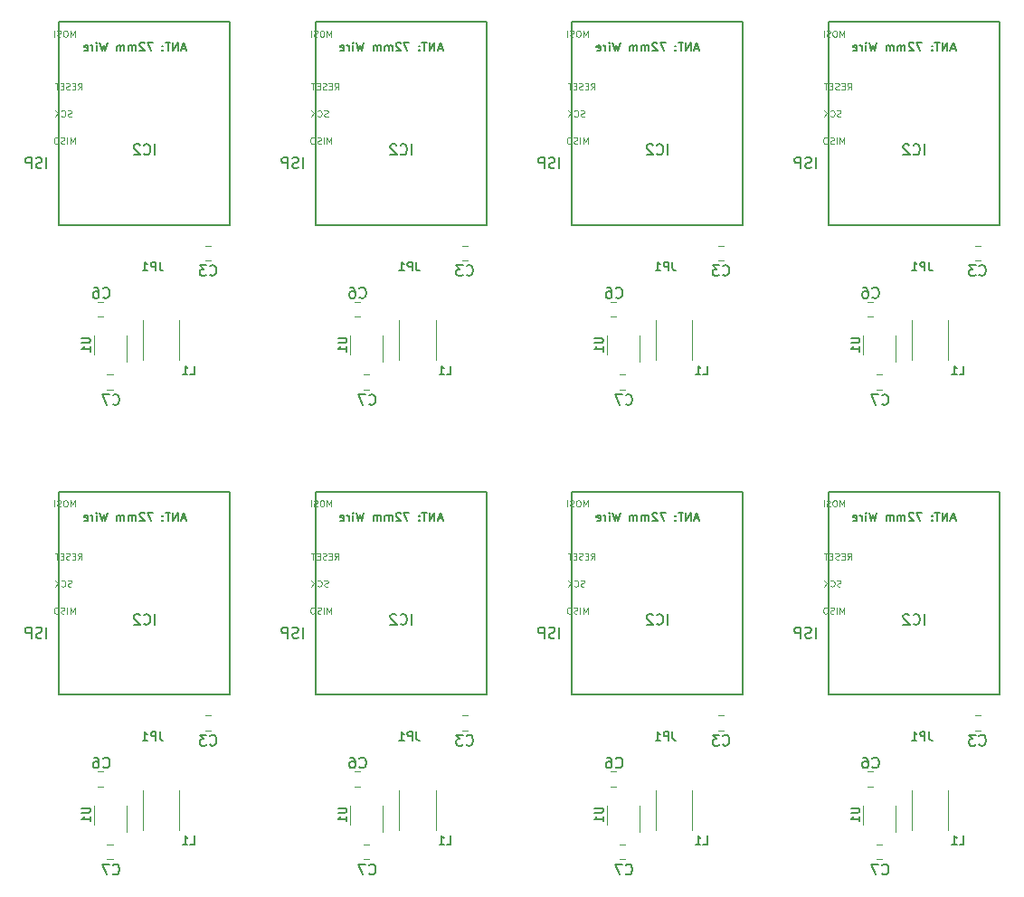
<source format=gbo>
%MOIN*%
%OFA0B0*%
%FSLAX46Y46*%
%IPPOS*%
%LPD*%
%ADD10C,0.005905511811023622*%
%ADD11C,0.0039370078740157488*%
%ADD12C,0.0047244094488188976*%
%ADD23C,0.005905511811023622*%
%ADD24C,0.0039370078740157488*%
%ADD25C,0.0047244094488188976*%
%ADD26C,0.005905511811023622*%
%ADD27C,0.0039370078740157488*%
%ADD28C,0.0047244094488188976*%
%ADD29C,0.005905511811023622*%
%ADD30C,0.0039370078740157488*%
%ADD31C,0.0047244094488188976*%
%ADD32C,0.005905511811023622*%
%ADD33C,0.0039370078740157488*%
%ADD34C,0.0047244094488188976*%
%ADD35C,0.005905511811023622*%
%ADD36C,0.0039370078740157488*%
%ADD37C,0.0047244094488188976*%
%ADD38C,0.005905511811023622*%
%ADD39C,0.0039370078740157488*%
%ADD40C,0.0047244094488188976*%
%ADD41C,0.005905511811023622*%
%ADD42C,0.0039370078740157488*%
%ADD43C,0.0047244094488188976*%
D10*
X0000608698Y0001347112D02*
X0000593700Y0001347112D01*
X0000611698Y0001338114D02*
X0000601199Y0001369610D01*
X0000590701Y0001338114D01*
X0000580202Y0001338114D02*
X0000580202Y0001369610D01*
X0000562204Y0001338114D01*
X0000562204Y0001369610D01*
X0000551705Y0001369610D02*
X0000533708Y0001369610D01*
X0000542707Y0001338114D02*
X0000542707Y0001369610D01*
X0000523209Y0001341113D02*
X0000521709Y0001339613D01*
X0000523209Y0001338114D01*
X0000524709Y0001339613D01*
X0000523209Y0001341113D01*
X0000523209Y0001338114D01*
X0000523209Y0001357611D02*
X0000521709Y0001356111D01*
X0000523209Y0001354611D01*
X0000524709Y0001356111D01*
X0000523209Y0001357611D01*
X0000523209Y0001354611D01*
X0000487214Y0001369610D02*
X0000466216Y0001369610D01*
X0000479715Y0001338114D01*
X0000455718Y0001366610D02*
X0000454218Y0001368110D01*
X0000451218Y0001369610D01*
X0000443719Y0001369610D01*
X0000440719Y0001368110D01*
X0000439220Y0001366610D01*
X0000437720Y0001363610D01*
X0000437720Y0001360611D01*
X0000439220Y0001356111D01*
X0000457217Y0001338114D01*
X0000437720Y0001338114D01*
X0000424221Y0001338114D02*
X0000424221Y0001359111D01*
X0000424221Y0001356111D02*
X0000422722Y0001357611D01*
X0000419722Y0001359111D01*
X0000415223Y0001359111D01*
X0000412223Y0001357611D01*
X0000410723Y0001354611D01*
X0000410723Y0001338114D01*
X0000410723Y0001354611D02*
X0000409223Y0001357611D01*
X0000406224Y0001359111D01*
X0000401724Y0001359111D01*
X0000398725Y0001357611D01*
X0000397225Y0001354611D01*
X0000397225Y0001338114D01*
X0000382227Y0001338114D02*
X0000382227Y0001359111D01*
X0000382227Y0001356111D02*
X0000380727Y0001357611D01*
X0000377727Y0001359111D01*
X0000373228Y0001359111D01*
X0000370228Y0001357611D01*
X0000368728Y0001354611D01*
X0000368728Y0001338114D01*
X0000368728Y0001354611D02*
X0000367229Y0001357611D01*
X0000364229Y0001359111D01*
X0000359730Y0001359111D01*
X0000356730Y0001357611D01*
X0000355230Y0001354611D01*
X0000355230Y0001338114D01*
X0000319235Y0001369610D02*
X0000311735Y0001338114D01*
X0000305736Y0001360611D01*
X0000299737Y0001338114D01*
X0000292238Y0001369610D01*
X0000280239Y0001338114D02*
X0000280239Y0001359111D01*
X0000280239Y0001369610D02*
X0000281739Y0001368110D01*
X0000280239Y0001366610D01*
X0000278740Y0001368110D01*
X0000280239Y0001369610D01*
X0000280239Y0001366610D01*
X0000265241Y0001338114D02*
X0000265241Y0001359111D01*
X0000265241Y0001353112D02*
X0000263742Y0001356111D01*
X0000262242Y0001357611D01*
X0000259242Y0001359111D01*
X0000256242Y0001359111D01*
X0000233745Y0001339613D02*
X0000236745Y0001338114D01*
X0000242744Y0001338114D01*
X0000245744Y0001339613D01*
X0000247244Y0001342613D01*
X0000247244Y0001354611D01*
X0000245744Y0001357611D01*
X0000242744Y0001359111D01*
X0000236745Y0001359111D01*
X0000233745Y0001357611D01*
X0000232245Y0001354611D01*
X0000232245Y0001351612D01*
X0000247244Y0001348612D01*
X0000095519Y0000905949D02*
X0000095519Y0000945319D01*
X0000078646Y0000907824D02*
X0000073022Y0000905949D01*
X0000063648Y0000905949D01*
X0000059898Y0000907824D01*
X0000058023Y0000909699D01*
X0000056149Y0000913448D01*
X0000056149Y0000917198D01*
X0000058023Y0000920947D01*
X0000059898Y0000922822D01*
X0000063648Y0000924697D01*
X0000071147Y0000926572D01*
X0000074896Y0000928446D01*
X0000076771Y0000930321D01*
X0000078646Y0000934071D01*
X0000078646Y0000937820D01*
X0000076771Y0000941570D01*
X0000074896Y0000943444D01*
X0000071147Y0000945319D01*
X0000061773Y0000945319D01*
X0000056149Y0000943444D01*
X0000039276Y0000905949D02*
X0000039276Y0000945319D01*
X0000024278Y0000945319D01*
X0000020528Y0000943444D01*
X0000018653Y0000941570D01*
X0000016779Y0000937820D01*
X0000016779Y0000932196D01*
X0000018653Y0000928446D01*
X0000020528Y0000926572D01*
X0000024278Y0000924697D01*
X0000039276Y0000924697D01*
D11*
X0000199206Y0000995573D02*
X0000199206Y0001019195D01*
X0000191332Y0001002322D01*
X0000183458Y0001019195D01*
X0000183458Y0000995573D01*
X0000172210Y0000995573D02*
X0000172210Y0001019195D01*
X0000162086Y0000996698D02*
X0000158711Y0000995573D01*
X0000153087Y0000995573D01*
X0000150837Y0000996698D01*
X0000149713Y0000997823D01*
X0000148588Y0001000073D01*
X0000148588Y0001002322D01*
X0000149713Y0001004572D01*
X0000150837Y0001005697D01*
X0000153087Y0001006822D01*
X0000157587Y0001007947D01*
X0000159836Y0001009072D01*
X0000160961Y0001010196D01*
X0000162086Y0001012446D01*
X0000162086Y0001014696D01*
X0000160961Y0001016945D01*
X0000159836Y0001018070D01*
X0000157587Y0001019195D01*
X0000151962Y0001019195D01*
X0000148588Y0001018070D01*
X0000133965Y0001019195D02*
X0000129465Y0001019195D01*
X0000127215Y0001018070D01*
X0000124966Y0001015821D01*
X0000123841Y0001011321D01*
X0000123841Y0001003447D01*
X0000124966Y0000998948D01*
X0000127215Y0000996698D01*
X0000129465Y0000995573D01*
X0000133965Y0000995573D01*
X0000136214Y0000996698D01*
X0000138464Y0000998948D01*
X0000139589Y0001003447D01*
X0000139589Y0001011321D01*
X0000138464Y0001015821D01*
X0000136214Y0001018070D01*
X0000133965Y0001019195D01*
X0000187457Y0001096698D02*
X0000184083Y0001095573D01*
X0000178458Y0001095573D01*
X0000176209Y0001096698D01*
X0000175084Y0001097823D01*
X0000173959Y0001100073D01*
X0000173959Y0001102322D01*
X0000175084Y0001104572D01*
X0000176209Y0001105697D01*
X0000178458Y0001106822D01*
X0000182958Y0001107947D01*
X0000185208Y0001109072D01*
X0000186332Y0001110196D01*
X0000187457Y0001112446D01*
X0000187457Y0001114696D01*
X0000186332Y0001116946D01*
X0000185208Y0001118070D01*
X0000182958Y0001119195D01*
X0000177334Y0001119195D01*
X0000173959Y0001118070D01*
X0000150337Y0001097823D02*
X0000151462Y0001096698D01*
X0000154836Y0001095573D01*
X0000157086Y0001095573D01*
X0000160461Y0001096698D01*
X0000162710Y0001098948D01*
X0000163835Y0001101197D01*
X0000164960Y0001105697D01*
X0000164960Y0001109072D01*
X0000163835Y0001113571D01*
X0000162710Y0001115821D01*
X0000160461Y0001118070D01*
X0000157086Y0001119195D01*
X0000154836Y0001119195D01*
X0000151462Y0001118070D01*
X0000150337Y0001116946D01*
X0000140213Y0001095573D02*
X0000140213Y0001119195D01*
X0000126715Y0001095573D02*
X0000136839Y0001109072D01*
X0000126715Y0001119195D02*
X0000140213Y0001105697D01*
X0000211394Y0001195573D02*
X0000219268Y0001206822D01*
X0000224893Y0001195573D02*
X0000224893Y0001219195D01*
X0000215894Y0001219195D01*
X0000213644Y0001218070D01*
X0000212519Y0001216945D01*
X0000211394Y0001214696D01*
X0000211394Y0001211321D01*
X0000212519Y0001209072D01*
X0000213644Y0001207947D01*
X0000215894Y0001206822D01*
X0000224893Y0001206822D01*
X0000201271Y0001207947D02*
X0000193397Y0001207947D01*
X0000190022Y0001195573D02*
X0000201271Y0001195573D01*
X0000201271Y0001219195D01*
X0000190022Y0001219195D01*
X0000181023Y0001196698D02*
X0000177648Y0001195573D01*
X0000172024Y0001195573D01*
X0000169775Y0001196698D01*
X0000168650Y0001197823D01*
X0000167525Y0001200073D01*
X0000167525Y0001202322D01*
X0000168650Y0001204572D01*
X0000169775Y0001205697D01*
X0000172024Y0001206822D01*
X0000176524Y0001207947D01*
X0000178773Y0001209072D01*
X0000179898Y0001210196D01*
X0000181023Y0001212446D01*
X0000181023Y0001214696D01*
X0000179898Y0001216945D01*
X0000178773Y0001218070D01*
X0000176524Y0001219195D01*
X0000170899Y0001219195D01*
X0000167525Y0001218070D01*
X0000157401Y0001207947D02*
X0000149527Y0001207947D01*
X0000146152Y0001195573D02*
X0000157401Y0001195573D01*
X0000157401Y0001219195D01*
X0000146152Y0001219195D01*
X0000139403Y0001219195D02*
X0000125905Y0001219195D01*
X0000132654Y0001195573D02*
X0000132654Y0001219195D01*
X0000199206Y0001390573D02*
X0000199206Y0001414195D01*
X0000191332Y0001397322D01*
X0000183458Y0001414195D01*
X0000183458Y0001390573D01*
X0000167710Y0001414195D02*
X0000163211Y0001414195D01*
X0000160961Y0001413070D01*
X0000158711Y0001410821D01*
X0000157587Y0001406321D01*
X0000157587Y0001398447D01*
X0000158711Y0001393948D01*
X0000160961Y0001391698D01*
X0000163211Y0001390573D01*
X0000167710Y0001390573D01*
X0000169960Y0001391698D01*
X0000172210Y0001393948D01*
X0000173335Y0001398447D01*
X0000173335Y0001406321D01*
X0000172210Y0001410821D01*
X0000169960Y0001413070D01*
X0000167710Y0001414195D01*
X0000148588Y0001391698D02*
X0000145213Y0001390573D01*
X0000139589Y0001390573D01*
X0000137339Y0001391698D01*
X0000136214Y0001392823D01*
X0000135089Y0001395073D01*
X0000135089Y0001397322D01*
X0000136214Y0001399572D01*
X0000137339Y0001400697D01*
X0000139589Y0001401822D01*
X0000144088Y0001402947D01*
X0000146338Y0001404071D01*
X0000147463Y0001405196D01*
X0000148588Y0001407446D01*
X0000148588Y0001409696D01*
X0000147463Y0001411946D01*
X0000146338Y0001413070D01*
X0000144088Y0001414195D01*
X0000138464Y0001414195D01*
X0000135089Y0001413070D01*
X0000124966Y0001390573D02*
X0000124966Y0001414195D01*
D12*
X0000449606Y0000199606D02*
X0000449606Y0000344734D01*
X0000584251Y0000199606D02*
X0000584251Y0000344734D01*
X0000339025Y0000090157D02*
X0000318454Y0000090157D01*
X0000339025Y0000146062D02*
X0000318454Y0000146062D01*
X0000305561Y0000357874D02*
X0000284990Y0000357874D01*
X0000305561Y0000413779D02*
X0000284990Y0000413779D01*
X0000702214Y0000564566D02*
X0000681643Y0000564566D01*
X0000702214Y0000620472D02*
X0000681643Y0000620472D01*
D10*
X0000772047Y0000697559D02*
X0000142125Y0000697559D01*
X0000142125Y0000697559D02*
X0000142125Y0001445590D01*
X0000142125Y0001445590D02*
X0000772047Y0001445590D01*
X0000772047Y0001445590D02*
X0000772047Y0000697559D01*
D12*
X0000390157Y0000288582D02*
X0000390157Y0000192913D01*
X0000269291Y0000219291D02*
X0000269291Y0000288582D01*
D10*
X0000624540Y0000145987D02*
X0000639538Y0000145987D01*
X0000639538Y0000177484D01*
X0000597544Y0000145987D02*
X0000615541Y0000145987D01*
X0000606542Y0000145987D02*
X0000606542Y0000177484D01*
X0000609542Y0000172984D01*
X0000612542Y0000169985D01*
X0000615541Y0000168485D01*
X0000339238Y0000037120D02*
X0000341113Y0000035245D01*
X0000346737Y0000033370D01*
X0000350487Y0000033370D01*
X0000356111Y0000035245D01*
X0000359861Y0000038995D01*
X0000361736Y0000042744D01*
X0000363610Y0000050243D01*
X0000363610Y0000055868D01*
X0000361736Y0000063367D01*
X0000359861Y0000067116D01*
X0000356111Y0000070866D01*
X0000350487Y0000072740D01*
X0000346737Y0000072740D01*
X0000341113Y0000070866D01*
X0000339238Y0000068991D01*
X0000326115Y0000072740D02*
X0000299868Y0000072740D01*
X0000316741Y0000033370D01*
X0000303805Y0000430821D02*
X0000305680Y0000428946D01*
X0000311304Y0000427071D01*
X0000315054Y0000427071D01*
X0000320678Y0000428946D01*
X0000324428Y0000432695D01*
X0000326302Y0000436445D01*
X0000328177Y0000443944D01*
X0000328177Y0000449568D01*
X0000326302Y0000457067D01*
X0000324428Y0000460817D01*
X0000320678Y0000464566D01*
X0000315054Y0000466441D01*
X0000311304Y0000466441D01*
X0000305680Y0000464566D01*
X0000303805Y0000462692D01*
X0000270059Y0000466441D02*
X0000277559Y0000466441D01*
X0000281308Y0000464566D01*
X0000283183Y0000462692D01*
X0000286932Y0000457067D01*
X0000288807Y0000449568D01*
X0000288807Y0000434570D01*
X0000286932Y0000430821D01*
X0000285058Y0000428946D01*
X0000281308Y0000427071D01*
X0000273809Y0000427071D01*
X0000270059Y0000428946D01*
X0000268185Y0000430821D01*
X0000266310Y0000434570D01*
X0000266310Y0000443944D01*
X0000268185Y0000447694D01*
X0000270059Y0000449568D01*
X0000273809Y0000451443D01*
X0000281308Y0000451443D01*
X0000285058Y0000449568D01*
X0000286932Y0000447694D01*
X0000288807Y0000443944D01*
X0000697506Y0000513498D02*
X0000699381Y0000511623D01*
X0000705005Y0000509748D01*
X0000708755Y0000509748D01*
X0000714379Y0000511623D01*
X0000718128Y0000515373D01*
X0000720003Y0000519122D01*
X0000721878Y0000526621D01*
X0000721878Y0000532245D01*
X0000720003Y0000539745D01*
X0000718128Y0000543494D01*
X0000714379Y0000547244D01*
X0000708755Y0000549118D01*
X0000705005Y0000549118D01*
X0000699381Y0000547244D01*
X0000697506Y0000545369D01*
X0000684383Y0000549118D02*
X0000660011Y0000549118D01*
X0000673134Y0000534120D01*
X0000667510Y0000534120D01*
X0000663760Y0000532245D01*
X0000661885Y0000530371D01*
X0000660011Y0000526621D01*
X0000660011Y0000517247D01*
X0000661885Y0000513498D01*
X0000663760Y0000511623D01*
X0000667510Y0000509748D01*
X0000678758Y0000509748D01*
X0000682508Y0000511623D01*
X0000684383Y0000513498D01*
X0000512467Y0000560554D02*
X0000512467Y0000538057D01*
X0000513966Y0000533558D01*
X0000516966Y0000530558D01*
X0000521466Y0000529058D01*
X0000524465Y0000529058D01*
X0000497469Y0000529058D02*
X0000497469Y0000560554D01*
X0000485470Y0000560554D01*
X0000482470Y0000559055D01*
X0000480971Y0000557555D01*
X0000479471Y0000554555D01*
X0000479471Y0000550056D01*
X0000480971Y0000547056D01*
X0000482470Y0000545556D01*
X0000485470Y0000544056D01*
X0000497469Y0000544056D01*
X0000449475Y0000529058D02*
X0000467472Y0000529058D01*
X0000458473Y0000529058D02*
X0000458473Y0000560554D01*
X0000461473Y0000556055D01*
X0000464473Y0000553055D01*
X0000467472Y0000551556D01*
X0000495519Y0000955339D02*
X0000495519Y0000994709D01*
X0000454274Y0000959088D02*
X0000456149Y0000957214D01*
X0000461773Y0000955339D01*
X0000465523Y0000955339D01*
X0000471147Y0000957214D01*
X0000474896Y0000960963D01*
X0000476771Y0000964713D01*
X0000478646Y0000972212D01*
X0000478646Y0000977836D01*
X0000476771Y0000985335D01*
X0000474896Y0000989085D01*
X0000471147Y0000992834D01*
X0000465523Y0000994709D01*
X0000461773Y0000994709D01*
X0000456149Y0000992834D01*
X0000454274Y0000990959D01*
X0000439276Y0000990959D02*
X0000437401Y0000992834D01*
X0000433651Y0000994709D01*
X0000424278Y0000994709D01*
X0000420528Y0000992834D01*
X0000418653Y0000990959D01*
X0000416779Y0000987210D01*
X0000416779Y0000983460D01*
X0000418653Y0000977836D01*
X0000441151Y0000955339D01*
X0000416779Y0000955339D01*
X0000224878Y0000279902D02*
X0000250374Y0000279902D01*
X0000253374Y0000278402D01*
X0000254874Y0000276902D01*
X0000256374Y0000273903D01*
X0000256374Y0000267903D01*
X0000254874Y0000264904D01*
X0000253374Y0000263404D01*
X0000250374Y0000261904D01*
X0000224878Y0000261904D01*
X0000256374Y0000230408D02*
X0000256374Y0000248406D01*
X0000256374Y0000239407D02*
X0000224878Y0000239407D01*
X0000229377Y0000242407D01*
X0000232377Y0000245406D01*
X0000233876Y0000248406D01*
G04 next file*
G04 #@! TF.GenerationSoftware,KiCad,Pcbnew,(5.1.4)-1*
G04 #@! TF.CreationDate,2019-12-06T07:46:03+01:00*
G04 #@! TF.ProjectId,HM-LC-SW1-BA-PCB_mini_MAX1724,484d2d4c-432d-4535-9731-2d42412d5043,rev?*
G04 #@! TF.SameCoordinates,Original*
G04 #@! TF.FileFunction,Legend,Bot*
G04 #@! TF.FilePolarity,Positive*
G04 Gerber Fmt 4.6, Leading zero omitted, Abs format (unit mm)*
G04 Created by KiCad (PCBNEW (5.1.4)-1) date 2019-12-06 07:46:03*
G04 APERTURE LIST*
G04 APERTURE END LIST*
D23*
X0000608698Y0003079396D02*
X0000593700Y0003079396D01*
X0000611698Y0003070397D02*
X0000601199Y0003101893D01*
X0000590701Y0003070397D01*
X0000580202Y0003070397D02*
X0000580202Y0003101893D01*
X0000562204Y0003070397D01*
X0000562204Y0003101893D01*
X0000551705Y0003101893D02*
X0000533708Y0003101893D01*
X0000542707Y0003070397D02*
X0000542707Y0003101893D01*
X0000523209Y0003073397D02*
X0000521709Y0003071897D01*
X0000523209Y0003070397D01*
X0000524709Y0003071897D01*
X0000523209Y0003073397D01*
X0000523209Y0003070397D01*
X0000523209Y0003089895D02*
X0000521709Y0003088395D01*
X0000523209Y0003086895D01*
X0000524709Y0003088395D01*
X0000523209Y0003089895D01*
X0000523209Y0003086895D01*
X0000487214Y0003101893D02*
X0000466216Y0003101893D01*
X0000479715Y0003070397D01*
X0000455718Y0003098893D02*
X0000454218Y0003100393D01*
X0000451218Y0003101893D01*
X0000443719Y0003101893D01*
X0000440719Y0003100393D01*
X0000439220Y0003098893D01*
X0000437720Y0003095894D01*
X0000437720Y0003092894D01*
X0000439220Y0003088395D01*
X0000457217Y0003070397D01*
X0000437720Y0003070397D01*
X0000424221Y0003070397D02*
X0000424221Y0003091394D01*
X0000424221Y0003088395D02*
X0000422722Y0003089895D01*
X0000419722Y0003091394D01*
X0000415223Y0003091394D01*
X0000412223Y0003089895D01*
X0000410723Y0003086895D01*
X0000410723Y0003070397D01*
X0000410723Y0003086895D02*
X0000409223Y0003089895D01*
X0000406224Y0003091394D01*
X0000401724Y0003091394D01*
X0000398725Y0003089895D01*
X0000397225Y0003086895D01*
X0000397225Y0003070397D01*
X0000382227Y0003070397D02*
X0000382227Y0003091394D01*
X0000382227Y0003088395D02*
X0000380727Y0003089895D01*
X0000377727Y0003091394D01*
X0000373228Y0003091394D01*
X0000370228Y0003089895D01*
X0000368728Y0003086895D01*
X0000368728Y0003070397D01*
X0000368728Y0003086895D02*
X0000367229Y0003089895D01*
X0000364229Y0003091394D01*
X0000359730Y0003091394D01*
X0000356730Y0003089895D01*
X0000355230Y0003086895D01*
X0000355230Y0003070397D01*
X0000319235Y0003101893D02*
X0000311735Y0003070397D01*
X0000305736Y0003092894D01*
X0000299737Y0003070397D01*
X0000292238Y0003101893D01*
X0000280239Y0003070397D02*
X0000280239Y0003091394D01*
X0000280239Y0003101893D02*
X0000281739Y0003100393D01*
X0000280239Y0003098893D01*
X0000278740Y0003100393D01*
X0000280239Y0003101893D01*
X0000280239Y0003098893D01*
X0000265241Y0003070397D02*
X0000265241Y0003091394D01*
X0000265241Y0003085395D02*
X0000263742Y0003088395D01*
X0000262242Y0003089895D01*
X0000259242Y0003091394D01*
X0000256242Y0003091394D01*
X0000233745Y0003071897D02*
X0000236745Y0003070397D01*
X0000242744Y0003070397D01*
X0000245744Y0003071897D01*
X0000247244Y0003074896D01*
X0000247244Y0003086895D01*
X0000245744Y0003089895D01*
X0000242744Y0003091394D01*
X0000236745Y0003091394D01*
X0000233745Y0003089895D01*
X0000232245Y0003086895D01*
X0000232245Y0003083895D01*
X0000247244Y0003080896D01*
X0000095519Y0002638233D02*
X0000095519Y0002677603D01*
X0000078646Y0002640107D02*
X0000073022Y0002638233D01*
X0000063648Y0002638233D01*
X0000059898Y0002640107D01*
X0000058023Y0002641982D01*
X0000056149Y0002645732D01*
X0000056149Y0002649481D01*
X0000058023Y0002653231D01*
X0000059898Y0002655105D01*
X0000063648Y0002656980D01*
X0000071147Y0002658855D01*
X0000074896Y0002660730D01*
X0000076771Y0002662605D01*
X0000078646Y0002666354D01*
X0000078646Y0002670104D01*
X0000076771Y0002673853D01*
X0000074896Y0002675728D01*
X0000071147Y0002677603D01*
X0000061773Y0002677603D01*
X0000056149Y0002675728D01*
X0000039276Y0002638233D02*
X0000039276Y0002677603D01*
X0000024278Y0002677603D01*
X0000020528Y0002675728D01*
X0000018653Y0002673853D01*
X0000016779Y0002670104D01*
X0000016779Y0002664479D01*
X0000018653Y0002660730D01*
X0000020528Y0002658855D01*
X0000024278Y0002656980D01*
X0000039276Y0002656980D01*
D24*
X0000199206Y0002727857D02*
X0000199206Y0002751479D01*
X0000191332Y0002734606D01*
X0000183458Y0002751479D01*
X0000183458Y0002727857D01*
X0000172210Y0002727857D02*
X0000172210Y0002751479D01*
X0000162086Y0002728982D02*
X0000158711Y0002727857D01*
X0000153087Y0002727857D01*
X0000150837Y0002728982D01*
X0000149713Y0002730106D01*
X0000148588Y0002732356D01*
X0000148588Y0002734606D01*
X0000149713Y0002736856D01*
X0000150837Y0002737980D01*
X0000153087Y0002739105D01*
X0000157587Y0002740230D01*
X0000159836Y0002741355D01*
X0000160961Y0002742480D01*
X0000162086Y0002744730D01*
X0000162086Y0002746979D01*
X0000160961Y0002749229D01*
X0000159836Y0002750354D01*
X0000157587Y0002751479D01*
X0000151962Y0002751479D01*
X0000148588Y0002750354D01*
X0000133965Y0002751479D02*
X0000129465Y0002751479D01*
X0000127215Y0002750354D01*
X0000124966Y0002748104D01*
X0000123841Y0002743605D01*
X0000123841Y0002735731D01*
X0000124966Y0002731231D01*
X0000127215Y0002728982D01*
X0000129465Y0002727857D01*
X0000133965Y0002727857D01*
X0000136214Y0002728982D01*
X0000138464Y0002731231D01*
X0000139589Y0002735731D01*
X0000139589Y0002743605D01*
X0000138464Y0002748104D01*
X0000136214Y0002750354D01*
X0000133965Y0002751479D01*
X0000187457Y0002828982D02*
X0000184083Y0002827857D01*
X0000178458Y0002827857D01*
X0000176209Y0002828982D01*
X0000175084Y0002830106D01*
X0000173959Y0002832356D01*
X0000173959Y0002834606D01*
X0000175084Y0002836856D01*
X0000176209Y0002837980D01*
X0000178458Y0002839105D01*
X0000182958Y0002840230D01*
X0000185208Y0002841355D01*
X0000186332Y0002842480D01*
X0000187457Y0002844730D01*
X0000187457Y0002846979D01*
X0000186332Y0002849229D01*
X0000185208Y0002850354D01*
X0000182958Y0002851479D01*
X0000177334Y0002851479D01*
X0000173959Y0002850354D01*
X0000150337Y0002830106D02*
X0000151462Y0002828982D01*
X0000154836Y0002827857D01*
X0000157086Y0002827857D01*
X0000160461Y0002828982D01*
X0000162710Y0002831231D01*
X0000163835Y0002833481D01*
X0000164960Y0002837980D01*
X0000164960Y0002841355D01*
X0000163835Y0002845854D01*
X0000162710Y0002848104D01*
X0000160461Y0002850354D01*
X0000157086Y0002851479D01*
X0000154836Y0002851479D01*
X0000151462Y0002850354D01*
X0000150337Y0002849229D01*
X0000140213Y0002827857D02*
X0000140213Y0002851479D01*
X0000126715Y0002827857D02*
X0000136839Y0002841355D01*
X0000126715Y0002851479D02*
X0000140213Y0002837980D01*
X0000211394Y0002927857D02*
X0000219268Y0002939105D01*
X0000224893Y0002927857D02*
X0000224893Y0002951479D01*
X0000215894Y0002951479D01*
X0000213644Y0002950354D01*
X0000212519Y0002949229D01*
X0000211394Y0002946979D01*
X0000211394Y0002943605D01*
X0000212519Y0002941355D01*
X0000213644Y0002940230D01*
X0000215894Y0002939105D01*
X0000224893Y0002939105D01*
X0000201271Y0002940230D02*
X0000193397Y0002940230D01*
X0000190022Y0002927857D02*
X0000201271Y0002927857D01*
X0000201271Y0002951479D01*
X0000190022Y0002951479D01*
X0000181023Y0002928982D02*
X0000177648Y0002927857D01*
X0000172024Y0002927857D01*
X0000169775Y0002928982D01*
X0000168650Y0002930106D01*
X0000167525Y0002932356D01*
X0000167525Y0002934606D01*
X0000168650Y0002936856D01*
X0000169775Y0002937980D01*
X0000172024Y0002939105D01*
X0000176524Y0002940230D01*
X0000178773Y0002941355D01*
X0000179898Y0002942480D01*
X0000181023Y0002944730D01*
X0000181023Y0002946979D01*
X0000179898Y0002949229D01*
X0000178773Y0002950354D01*
X0000176524Y0002951479D01*
X0000170899Y0002951479D01*
X0000167525Y0002950354D01*
X0000157401Y0002940230D02*
X0000149527Y0002940230D01*
X0000146152Y0002927857D02*
X0000157401Y0002927857D01*
X0000157401Y0002951479D01*
X0000146152Y0002951479D01*
X0000139403Y0002951479D02*
X0000125905Y0002951479D01*
X0000132654Y0002927857D02*
X0000132654Y0002951479D01*
X0000199206Y0003122857D02*
X0000199206Y0003146479D01*
X0000191332Y0003129606D01*
X0000183458Y0003146479D01*
X0000183458Y0003122857D01*
X0000167710Y0003146479D02*
X0000163211Y0003146479D01*
X0000160961Y0003145354D01*
X0000158711Y0003143104D01*
X0000157587Y0003138605D01*
X0000157587Y0003130731D01*
X0000158711Y0003126231D01*
X0000160961Y0003123982D01*
X0000163211Y0003122857D01*
X0000167710Y0003122857D01*
X0000169960Y0003123982D01*
X0000172210Y0003126231D01*
X0000173335Y0003130731D01*
X0000173335Y0003138605D01*
X0000172210Y0003143104D01*
X0000169960Y0003145354D01*
X0000167710Y0003146479D01*
X0000148588Y0003123982D02*
X0000145213Y0003122857D01*
X0000139589Y0003122857D01*
X0000137339Y0003123982D01*
X0000136214Y0003125106D01*
X0000135089Y0003127356D01*
X0000135089Y0003129606D01*
X0000136214Y0003131856D01*
X0000137339Y0003132980D01*
X0000139589Y0003134105D01*
X0000144088Y0003135230D01*
X0000146338Y0003136355D01*
X0000147463Y0003137480D01*
X0000148588Y0003139730D01*
X0000148588Y0003141979D01*
X0000147463Y0003144229D01*
X0000146338Y0003145354D01*
X0000144088Y0003146479D01*
X0000138464Y0003146479D01*
X0000135089Y0003145354D01*
X0000124966Y0003122857D02*
X0000124966Y0003146479D01*
D25*
X0000449606Y0001931889D02*
X0000449606Y0002077017D01*
X0000584251Y0001931889D02*
X0000584251Y0002077017D01*
X0000339025Y0001822440D02*
X0000318454Y0001822440D01*
X0000339025Y0001878346D02*
X0000318454Y0001878346D01*
X0000305561Y0002090157D02*
X0000284990Y0002090157D01*
X0000305561Y0002146062D02*
X0000284990Y0002146062D01*
X0000702214Y0002296850D02*
X0000681643Y0002296850D01*
X0000702214Y0002352755D02*
X0000681643Y0002352755D01*
D23*
X0000772047Y0002429842D02*
X0000142125Y0002429842D01*
X0000142125Y0002429842D02*
X0000142125Y0003177874D01*
X0000142125Y0003177874D02*
X0000772047Y0003177874D01*
X0000772047Y0003177874D02*
X0000772047Y0002429842D01*
D25*
X0000390157Y0002020866D02*
X0000390157Y0001925196D01*
X0000269291Y0001951574D02*
X0000269291Y0002020866D01*
D23*
X0000624540Y0001878271D02*
X0000639538Y0001878271D01*
X0000639538Y0001909767D01*
X0000597544Y0001878271D02*
X0000615541Y0001878271D01*
X0000606542Y0001878271D02*
X0000606542Y0001909767D01*
X0000609542Y0001905268D01*
X0000612542Y0001902268D01*
X0000615541Y0001900768D01*
X0000339238Y0001769403D02*
X0000341113Y0001767529D01*
X0000346737Y0001765654D01*
X0000350487Y0001765654D01*
X0000356111Y0001767529D01*
X0000359861Y0001771278D01*
X0000361736Y0001775028D01*
X0000363610Y0001782527D01*
X0000363610Y0001788151D01*
X0000361736Y0001795650D01*
X0000359861Y0001799400D01*
X0000356111Y0001803149D01*
X0000350487Y0001805024D01*
X0000346737Y0001805024D01*
X0000341113Y0001803149D01*
X0000339238Y0001801274D01*
X0000326115Y0001805024D02*
X0000299868Y0001805024D01*
X0000316741Y0001765654D01*
X0000303805Y0002163104D02*
X0000305680Y0002161229D01*
X0000311304Y0002159355D01*
X0000315054Y0002159355D01*
X0000320678Y0002161229D01*
X0000324428Y0002164979D01*
X0000326302Y0002168728D01*
X0000328177Y0002176227D01*
X0000328177Y0002181852D01*
X0000326302Y0002189351D01*
X0000324428Y0002193100D01*
X0000320678Y0002196850D01*
X0000315054Y0002198725D01*
X0000311304Y0002198725D01*
X0000305680Y0002196850D01*
X0000303805Y0002194975D01*
X0000270059Y0002198725D02*
X0000277559Y0002198725D01*
X0000281308Y0002196850D01*
X0000283183Y0002194975D01*
X0000286932Y0002189351D01*
X0000288807Y0002181852D01*
X0000288807Y0002166854D01*
X0000286932Y0002163104D01*
X0000285058Y0002161229D01*
X0000281308Y0002159355D01*
X0000273809Y0002159355D01*
X0000270059Y0002161229D01*
X0000268185Y0002163104D01*
X0000266310Y0002166854D01*
X0000266310Y0002176227D01*
X0000268185Y0002179977D01*
X0000270059Y0002181852D01*
X0000273809Y0002183727D01*
X0000281308Y0002183727D01*
X0000285058Y0002181852D01*
X0000286932Y0002179977D01*
X0000288807Y0002176227D01*
X0000697506Y0002245781D02*
X0000699381Y0002243907D01*
X0000705005Y0002242032D01*
X0000708755Y0002242032D01*
X0000714379Y0002243907D01*
X0000718128Y0002247656D01*
X0000720003Y0002251406D01*
X0000721878Y0002258905D01*
X0000721878Y0002264529D01*
X0000720003Y0002272028D01*
X0000718128Y0002275778D01*
X0000714379Y0002279527D01*
X0000708755Y0002281402D01*
X0000705005Y0002281402D01*
X0000699381Y0002279527D01*
X0000697506Y0002277652D01*
X0000684383Y0002281402D02*
X0000660011Y0002281402D01*
X0000673134Y0002266404D01*
X0000667510Y0002266404D01*
X0000663760Y0002264529D01*
X0000661885Y0002262654D01*
X0000660011Y0002258905D01*
X0000660011Y0002249531D01*
X0000661885Y0002245781D01*
X0000663760Y0002243907D01*
X0000667510Y0002242032D01*
X0000678758Y0002242032D01*
X0000682508Y0002243907D01*
X0000684383Y0002245781D01*
X0000512467Y0002292838D02*
X0000512467Y0002270341D01*
X0000513966Y0002265841D01*
X0000516966Y0002262842D01*
X0000521466Y0002261342D01*
X0000524465Y0002261342D01*
X0000497469Y0002261342D02*
X0000497469Y0002292838D01*
X0000485470Y0002292838D01*
X0000482470Y0002291338D01*
X0000480971Y0002289838D01*
X0000479471Y0002286839D01*
X0000479471Y0002282339D01*
X0000480971Y0002279340D01*
X0000482470Y0002277840D01*
X0000485470Y0002276340D01*
X0000497469Y0002276340D01*
X0000449475Y0002261342D02*
X0000467472Y0002261342D01*
X0000458473Y0002261342D02*
X0000458473Y0002292838D01*
X0000461473Y0002288338D01*
X0000464473Y0002285339D01*
X0000467472Y0002283839D01*
X0000495519Y0002687622D02*
X0000495519Y0002726992D01*
X0000454274Y0002691372D02*
X0000456149Y0002689497D01*
X0000461773Y0002687622D01*
X0000465523Y0002687622D01*
X0000471147Y0002689497D01*
X0000474896Y0002693247D01*
X0000476771Y0002696996D01*
X0000478646Y0002704495D01*
X0000478646Y0002710120D01*
X0000476771Y0002717619D01*
X0000474896Y0002721368D01*
X0000471147Y0002725118D01*
X0000465523Y0002726992D01*
X0000461773Y0002726992D01*
X0000456149Y0002725118D01*
X0000454274Y0002723243D01*
X0000439276Y0002723243D02*
X0000437401Y0002725118D01*
X0000433651Y0002726992D01*
X0000424278Y0002726992D01*
X0000420528Y0002725118D01*
X0000418653Y0002723243D01*
X0000416779Y0002719493D01*
X0000416779Y0002715744D01*
X0000418653Y0002710120D01*
X0000441151Y0002687622D01*
X0000416779Y0002687622D01*
X0000224878Y0002012185D02*
X0000250374Y0002012185D01*
X0000253374Y0002010686D01*
X0000254874Y0002009186D01*
X0000256374Y0002006186D01*
X0000256374Y0002000187D01*
X0000254874Y0001997187D01*
X0000253374Y0001995688D01*
X0000250374Y0001994188D01*
X0000224878Y0001994188D01*
X0000256374Y0001962692D02*
X0000256374Y0001980689D01*
X0000256374Y0001971691D02*
X0000224878Y0001971691D01*
X0000229377Y0001974690D01*
X0000232377Y0001977690D01*
X0000233876Y0001980689D01*
G04 next file*
G04 #@! TF.GenerationSoftware,KiCad,Pcbnew,(5.1.4)-1*
G04 #@! TF.CreationDate,2019-12-06T07:46:03+01:00*
G04 #@! TF.ProjectId,HM-LC-SW1-BA-PCB_mini_MAX1724,484d2d4c-432d-4535-9731-2d42412d5043,rev?*
G04 #@! TF.SameCoordinates,Original*
G04 #@! TF.FileFunction,Legend,Bot*
G04 #@! TF.FilePolarity,Positive*
G04 Gerber Fmt 4.6, Leading zero omitted, Abs format (unit mm)*
G04 Created by KiCad (PCBNEW (5.1.4)-1) date 2019-12-06 07:46:03*
G04 APERTURE LIST*
G04 APERTURE END LIST*
D26*
X0001553580Y0001347112D02*
X0001538582Y0001347112D01*
X0001556580Y0001338114D02*
X0001546081Y0001369610D01*
X0001535582Y0001338114D01*
X0001525084Y0001338114D02*
X0001525084Y0001369610D01*
X0001507086Y0001338114D01*
X0001507086Y0001369610D01*
X0001496587Y0001369610D02*
X0001478590Y0001369610D01*
X0001487589Y0001338114D02*
X0001487589Y0001369610D01*
X0001468091Y0001341113D02*
X0001466591Y0001339613D01*
X0001468091Y0001338114D01*
X0001469591Y0001339613D01*
X0001468091Y0001341113D01*
X0001468091Y0001338114D01*
X0001468091Y0001357611D02*
X0001466591Y0001356111D01*
X0001468091Y0001354611D01*
X0001469591Y0001356111D01*
X0001468091Y0001357611D01*
X0001468091Y0001354611D01*
X0001432095Y0001369610D02*
X0001411098Y0001369610D01*
X0001424596Y0001338114D01*
X0001400599Y0001366610D02*
X0001399100Y0001368110D01*
X0001396100Y0001369610D01*
X0001388601Y0001369610D01*
X0001385601Y0001368110D01*
X0001384101Y0001366610D01*
X0001382602Y0001363610D01*
X0001382602Y0001360611D01*
X0001384101Y0001356111D01*
X0001402099Y0001338114D01*
X0001382602Y0001338114D01*
X0001369103Y0001338114D02*
X0001369103Y0001359111D01*
X0001369103Y0001356111D02*
X0001367604Y0001357611D01*
X0001364604Y0001359111D01*
X0001360104Y0001359111D01*
X0001357105Y0001357611D01*
X0001355605Y0001354611D01*
X0001355605Y0001338114D01*
X0001355605Y0001354611D02*
X0001354105Y0001357611D01*
X0001351106Y0001359111D01*
X0001346606Y0001359111D01*
X0001343607Y0001357611D01*
X0001342107Y0001354611D01*
X0001342107Y0001338114D01*
X0001327109Y0001338114D02*
X0001327109Y0001359111D01*
X0001327109Y0001356111D02*
X0001325609Y0001357611D01*
X0001322609Y0001359111D01*
X0001318110Y0001359111D01*
X0001315110Y0001357611D01*
X0001313610Y0001354611D01*
X0001313610Y0001338114D01*
X0001313610Y0001354611D02*
X0001312110Y0001357611D01*
X0001309111Y0001359111D01*
X0001304611Y0001359111D01*
X0001301612Y0001357611D01*
X0001300112Y0001354611D01*
X0001300112Y0001338114D01*
X0001264116Y0001369610D02*
X0001256617Y0001338114D01*
X0001250618Y0001360611D01*
X0001244619Y0001338114D01*
X0001237120Y0001369610D01*
X0001225121Y0001338114D02*
X0001225121Y0001359111D01*
X0001225121Y0001369610D02*
X0001226621Y0001368110D01*
X0001225121Y0001366610D01*
X0001223622Y0001368110D01*
X0001225121Y0001369610D01*
X0001225121Y0001366610D01*
X0001210123Y0001338114D02*
X0001210123Y0001359111D01*
X0001210123Y0001353112D02*
X0001208623Y0001356111D01*
X0001207124Y0001357611D01*
X0001204124Y0001359111D01*
X0001201124Y0001359111D01*
X0001178627Y0001339613D02*
X0001181627Y0001338114D01*
X0001187626Y0001338114D01*
X0001190626Y0001339613D01*
X0001192125Y0001342613D01*
X0001192125Y0001354611D01*
X0001190626Y0001357611D01*
X0001187626Y0001359111D01*
X0001181627Y0001359111D01*
X0001178627Y0001357611D01*
X0001177127Y0001354611D01*
X0001177127Y0001351612D01*
X0001192125Y0001348612D01*
X0001040401Y0000905949D02*
X0001040401Y0000945319D01*
X0001023528Y0000907824D02*
X0001017903Y0000905949D01*
X0001008530Y0000905949D01*
X0001004780Y0000907824D01*
X0001002905Y0000909699D01*
X0001001031Y0000913448D01*
X0001001031Y0000917198D01*
X0001002905Y0000920947D01*
X0001004780Y0000922822D01*
X0001008530Y0000924697D01*
X0001016029Y0000926572D01*
X0001019778Y0000928446D01*
X0001021653Y0000930321D01*
X0001023528Y0000934071D01*
X0001023528Y0000937820D01*
X0001021653Y0000941570D01*
X0001019778Y0000943444D01*
X0001016029Y0000945319D01*
X0001006655Y0000945319D01*
X0001001031Y0000943444D01*
X0000984158Y0000905949D02*
X0000984158Y0000945319D01*
X0000969160Y0000945319D01*
X0000965410Y0000943444D01*
X0000963535Y0000941570D01*
X0000961660Y0000937820D01*
X0000961660Y0000932196D01*
X0000963535Y0000928446D01*
X0000965410Y0000926572D01*
X0000969160Y0000924697D01*
X0000984158Y0000924697D01*
D27*
X0001144088Y0000995573D02*
X0001144088Y0001019195D01*
X0001136214Y0001002322D01*
X0001128340Y0001019195D01*
X0001128340Y0000995573D01*
X0001117092Y0000995573D02*
X0001117092Y0001019195D01*
X0001106968Y0000996698D02*
X0001103593Y0000995573D01*
X0001097969Y0000995573D01*
X0001095719Y0000996698D01*
X0001094595Y0000997823D01*
X0001093470Y0001000073D01*
X0001093470Y0001002322D01*
X0001094595Y0001004572D01*
X0001095719Y0001005697D01*
X0001097969Y0001006822D01*
X0001102469Y0001007947D01*
X0001104718Y0001009072D01*
X0001105843Y0001010196D01*
X0001106968Y0001012446D01*
X0001106968Y0001014696D01*
X0001105843Y0001016945D01*
X0001104718Y0001018070D01*
X0001102469Y0001019195D01*
X0001096844Y0001019195D01*
X0001093470Y0001018070D01*
X0001078847Y0001019195D02*
X0001074347Y0001019195D01*
X0001072097Y0001018070D01*
X0001069848Y0001015821D01*
X0001068723Y0001011321D01*
X0001068723Y0001003447D01*
X0001069848Y0000998948D01*
X0001072097Y0000996698D01*
X0001074347Y0000995573D01*
X0001078847Y0000995573D01*
X0001081096Y0000996698D01*
X0001083346Y0000998948D01*
X0001084471Y0001003447D01*
X0001084471Y0001011321D01*
X0001083346Y0001015821D01*
X0001081096Y0001018070D01*
X0001078847Y0001019195D01*
X0001132339Y0001096698D02*
X0001128965Y0001095573D01*
X0001123340Y0001095573D01*
X0001121091Y0001096698D01*
X0001119966Y0001097823D01*
X0001118841Y0001100073D01*
X0001118841Y0001102322D01*
X0001119966Y0001104572D01*
X0001121091Y0001105697D01*
X0001123340Y0001106822D01*
X0001127840Y0001107947D01*
X0001130089Y0001109072D01*
X0001131214Y0001110196D01*
X0001132339Y0001112446D01*
X0001132339Y0001114696D01*
X0001131214Y0001116946D01*
X0001130089Y0001118070D01*
X0001127840Y0001119195D01*
X0001122215Y0001119195D01*
X0001118841Y0001118070D01*
X0001095219Y0001097823D02*
X0001096344Y0001096698D01*
X0001099718Y0001095573D01*
X0001101968Y0001095573D01*
X0001105343Y0001096698D01*
X0001107592Y0001098948D01*
X0001108717Y0001101197D01*
X0001109842Y0001105697D01*
X0001109842Y0001109072D01*
X0001108717Y0001113571D01*
X0001107592Y0001115821D01*
X0001105343Y0001118070D01*
X0001101968Y0001119195D01*
X0001099718Y0001119195D01*
X0001096344Y0001118070D01*
X0001095219Y0001116946D01*
X0001085095Y0001095573D02*
X0001085095Y0001119195D01*
X0001071597Y0001095573D02*
X0001081721Y0001109072D01*
X0001071597Y0001119195D02*
X0001085095Y0001105697D01*
X0001156276Y0001195573D02*
X0001164150Y0001206822D01*
X0001169775Y0001195573D02*
X0001169775Y0001219195D01*
X0001160776Y0001219195D01*
X0001158526Y0001218070D01*
X0001157401Y0001216945D01*
X0001156276Y0001214696D01*
X0001156276Y0001211321D01*
X0001157401Y0001209072D01*
X0001158526Y0001207947D01*
X0001160776Y0001206822D01*
X0001169775Y0001206822D01*
X0001146152Y0001207947D02*
X0001138278Y0001207947D01*
X0001134904Y0001195573D02*
X0001146152Y0001195573D01*
X0001146152Y0001219195D01*
X0001134904Y0001219195D01*
X0001125905Y0001196698D02*
X0001122530Y0001195573D01*
X0001116906Y0001195573D01*
X0001114656Y0001196698D01*
X0001113532Y0001197823D01*
X0001112407Y0001200073D01*
X0001112407Y0001202322D01*
X0001113532Y0001204572D01*
X0001114656Y0001205697D01*
X0001116906Y0001206822D01*
X0001121406Y0001207947D01*
X0001123655Y0001209072D01*
X0001124780Y0001210196D01*
X0001125905Y0001212446D01*
X0001125905Y0001214696D01*
X0001124780Y0001216945D01*
X0001123655Y0001218070D01*
X0001121406Y0001219195D01*
X0001115781Y0001219195D01*
X0001112407Y0001218070D01*
X0001102283Y0001207947D02*
X0001094409Y0001207947D01*
X0001091034Y0001195573D02*
X0001102283Y0001195573D01*
X0001102283Y0001219195D01*
X0001091034Y0001219195D01*
X0001084285Y0001219195D02*
X0001070787Y0001219195D01*
X0001077536Y0001195573D02*
X0001077536Y0001219195D01*
X0001144088Y0001390573D02*
X0001144088Y0001414195D01*
X0001136214Y0001397322D01*
X0001128340Y0001414195D01*
X0001128340Y0001390573D01*
X0001112592Y0001414195D02*
X0001108093Y0001414195D01*
X0001105843Y0001413070D01*
X0001103593Y0001410821D01*
X0001102469Y0001406321D01*
X0001102469Y0001398447D01*
X0001103593Y0001393948D01*
X0001105843Y0001391698D01*
X0001108093Y0001390573D01*
X0001112592Y0001390573D01*
X0001114842Y0001391698D01*
X0001117092Y0001393948D01*
X0001118217Y0001398447D01*
X0001118217Y0001406321D01*
X0001117092Y0001410821D01*
X0001114842Y0001413070D01*
X0001112592Y0001414195D01*
X0001093470Y0001391698D02*
X0001090095Y0001390573D01*
X0001084471Y0001390573D01*
X0001082221Y0001391698D01*
X0001081096Y0001392823D01*
X0001079971Y0001395073D01*
X0001079971Y0001397322D01*
X0001081096Y0001399572D01*
X0001082221Y0001400697D01*
X0001084471Y0001401822D01*
X0001088970Y0001402947D01*
X0001091220Y0001404071D01*
X0001092345Y0001405196D01*
X0001093470Y0001407446D01*
X0001093470Y0001409696D01*
X0001092345Y0001411946D01*
X0001091220Y0001413070D01*
X0001088970Y0001414195D01*
X0001083346Y0001414195D01*
X0001079971Y0001413070D01*
X0001069848Y0001390573D02*
X0001069848Y0001414195D01*
D28*
X0001394488Y0000199606D02*
X0001394488Y0000344734D01*
X0001529133Y0000199606D02*
X0001529133Y0000344734D01*
X0001283907Y0000090157D02*
X0001263336Y0000090157D01*
X0001283907Y0000146062D02*
X0001263336Y0000146062D01*
X0001250442Y0000357874D02*
X0001229871Y0000357874D01*
X0001250442Y0000413779D02*
X0001229871Y0000413779D01*
X0001647096Y0000564566D02*
X0001626525Y0000564566D01*
X0001647096Y0000620472D02*
X0001626525Y0000620472D01*
D26*
X0001716929Y0000697559D02*
X0001087007Y0000697559D01*
X0001087007Y0000697559D02*
X0001087007Y0001445590D01*
X0001087007Y0001445590D02*
X0001716929Y0001445590D01*
X0001716929Y0001445590D02*
X0001716929Y0000697559D01*
D28*
X0001335039Y0000288582D02*
X0001335039Y0000192913D01*
X0001214173Y0000219291D02*
X0001214173Y0000288582D01*
D26*
X0001569422Y0000145987D02*
X0001584420Y0000145987D01*
X0001584420Y0000177484D01*
X0001542425Y0000145987D02*
X0001560423Y0000145987D01*
X0001551424Y0000145987D02*
X0001551424Y0000177484D01*
X0001554424Y0000172984D01*
X0001557424Y0000169985D01*
X0001560423Y0000168485D01*
X0001284120Y0000037120D02*
X0001285995Y0000035245D01*
X0001291619Y0000033370D01*
X0001295369Y0000033370D01*
X0001300993Y0000035245D01*
X0001304743Y0000038995D01*
X0001306617Y0000042744D01*
X0001308492Y0000050243D01*
X0001308492Y0000055868D01*
X0001306617Y0000063367D01*
X0001304743Y0000067116D01*
X0001300993Y0000070866D01*
X0001295369Y0000072740D01*
X0001291619Y0000072740D01*
X0001285995Y0000070866D01*
X0001284120Y0000068991D01*
X0001270997Y0000072740D02*
X0001244750Y0000072740D01*
X0001261623Y0000033370D01*
X0001248687Y0000430821D02*
X0001250562Y0000428946D01*
X0001256186Y0000427071D01*
X0001259936Y0000427071D01*
X0001265560Y0000428946D01*
X0001269310Y0000432695D01*
X0001271184Y0000436445D01*
X0001273059Y0000443944D01*
X0001273059Y0000449568D01*
X0001271184Y0000457067D01*
X0001269310Y0000460817D01*
X0001265560Y0000464566D01*
X0001259936Y0000466441D01*
X0001256186Y0000466441D01*
X0001250562Y0000464566D01*
X0001248687Y0000462692D01*
X0001214941Y0000466441D02*
X0001222440Y0000466441D01*
X0001226190Y0000464566D01*
X0001228065Y0000462692D01*
X0001231814Y0000457067D01*
X0001233689Y0000449568D01*
X0001233689Y0000434570D01*
X0001231814Y0000430821D01*
X0001229940Y0000428946D01*
X0001226190Y0000427071D01*
X0001218691Y0000427071D01*
X0001214941Y0000428946D01*
X0001213067Y0000430821D01*
X0001211192Y0000434570D01*
X0001211192Y0000443944D01*
X0001213067Y0000447694D01*
X0001214941Y0000449568D01*
X0001218691Y0000451443D01*
X0001226190Y0000451443D01*
X0001229940Y0000449568D01*
X0001231814Y0000447694D01*
X0001233689Y0000443944D01*
X0001642388Y0000513498D02*
X0001644263Y0000511623D01*
X0001649887Y0000509748D01*
X0001653636Y0000509748D01*
X0001659261Y0000511623D01*
X0001663010Y0000515373D01*
X0001664885Y0000519122D01*
X0001666760Y0000526621D01*
X0001666760Y0000532245D01*
X0001664885Y0000539745D01*
X0001663010Y0000543494D01*
X0001659261Y0000547244D01*
X0001653636Y0000549118D01*
X0001649887Y0000549118D01*
X0001644263Y0000547244D01*
X0001642388Y0000545369D01*
X0001629265Y0000549118D02*
X0001604893Y0000549118D01*
X0001618016Y0000534120D01*
X0001612392Y0000534120D01*
X0001608642Y0000532245D01*
X0001606767Y0000530371D01*
X0001604893Y0000526621D01*
X0001604893Y0000517247D01*
X0001606767Y0000513498D01*
X0001608642Y0000511623D01*
X0001612392Y0000509748D01*
X0001623640Y0000509748D01*
X0001627390Y0000511623D01*
X0001629265Y0000513498D01*
X0001457349Y0000560554D02*
X0001457349Y0000538057D01*
X0001458848Y0000533558D01*
X0001461848Y0000530558D01*
X0001466347Y0000529058D01*
X0001469347Y0000529058D01*
X0001442350Y0000529058D02*
X0001442350Y0000560554D01*
X0001430352Y0000560554D01*
X0001427352Y0000559055D01*
X0001425852Y0000557555D01*
X0001424353Y0000554555D01*
X0001424353Y0000550056D01*
X0001425852Y0000547056D01*
X0001427352Y0000545556D01*
X0001430352Y0000544056D01*
X0001442350Y0000544056D01*
X0001394356Y0000529058D02*
X0001412354Y0000529058D01*
X0001403355Y0000529058D02*
X0001403355Y0000560554D01*
X0001406355Y0000556055D01*
X0001409355Y0000553055D01*
X0001412354Y0000551556D01*
X0001440401Y0000955339D02*
X0001440401Y0000994709D01*
X0001399156Y0000959088D02*
X0001401031Y0000957214D01*
X0001406655Y0000955339D01*
X0001410404Y0000955339D01*
X0001416029Y0000957214D01*
X0001419778Y0000960963D01*
X0001421653Y0000964713D01*
X0001423528Y0000972212D01*
X0001423528Y0000977836D01*
X0001421653Y0000985335D01*
X0001419778Y0000989085D01*
X0001416029Y0000992834D01*
X0001410404Y0000994709D01*
X0001406655Y0000994709D01*
X0001401031Y0000992834D01*
X0001399156Y0000990959D01*
X0001384158Y0000990959D02*
X0001382283Y0000992834D01*
X0001378533Y0000994709D01*
X0001369160Y0000994709D01*
X0001365410Y0000992834D01*
X0001363535Y0000990959D01*
X0001361660Y0000987210D01*
X0001361660Y0000983460D01*
X0001363535Y0000977836D01*
X0001386032Y0000955339D01*
X0001361660Y0000955339D01*
X0001169760Y0000279902D02*
X0001195256Y0000279902D01*
X0001198256Y0000278402D01*
X0001199756Y0000276902D01*
X0001201256Y0000273903D01*
X0001201256Y0000267903D01*
X0001199756Y0000264904D01*
X0001198256Y0000263404D01*
X0001195256Y0000261904D01*
X0001169760Y0000261904D01*
X0001201256Y0000230408D02*
X0001201256Y0000248406D01*
X0001201256Y0000239407D02*
X0001169760Y0000239407D01*
X0001174259Y0000242407D01*
X0001177259Y0000245406D01*
X0001178758Y0000248406D01*
G04 next file*
G04 #@! TF.GenerationSoftware,KiCad,Pcbnew,(5.1.4)-1*
G04 #@! TF.CreationDate,2019-12-06T07:46:03+01:00*
G04 #@! TF.ProjectId,HM-LC-SW1-BA-PCB_mini_MAX1724,484d2d4c-432d-4535-9731-2d42412d5043,rev?*
G04 #@! TF.SameCoordinates,Original*
G04 #@! TF.FileFunction,Legend,Bot*
G04 #@! TF.FilePolarity,Positive*
G04 Gerber Fmt 4.6, Leading zero omitted, Abs format (unit mm)*
G04 Created by KiCad (PCBNEW (5.1.4)-1) date 2019-12-06 07:46:03*
G04 APERTURE LIST*
G04 APERTURE END LIST*
D29*
X0002498462Y0001347112D02*
X0002483464Y0001347112D01*
X0002501462Y0001338114D02*
X0002490963Y0001369610D01*
X0002480464Y0001338114D01*
X0002469966Y0001338114D02*
X0002469966Y0001369610D01*
X0002451968Y0001338114D01*
X0002451968Y0001369610D01*
X0002441469Y0001369610D02*
X0002423472Y0001369610D01*
X0002432470Y0001338114D02*
X0002432470Y0001369610D01*
X0002412973Y0001341113D02*
X0002411473Y0001339613D01*
X0002412973Y0001338114D01*
X0002414473Y0001339613D01*
X0002412973Y0001341113D01*
X0002412973Y0001338114D01*
X0002412973Y0001357611D02*
X0002411473Y0001356111D01*
X0002412973Y0001354611D01*
X0002414473Y0001356111D01*
X0002412973Y0001357611D01*
X0002412973Y0001354611D01*
X0002376977Y0001369610D02*
X0002355980Y0001369610D01*
X0002369478Y0001338114D01*
X0002345481Y0001366610D02*
X0002343981Y0001368110D01*
X0002340982Y0001369610D01*
X0002333483Y0001369610D01*
X0002330483Y0001368110D01*
X0002328983Y0001366610D01*
X0002327484Y0001363610D01*
X0002327484Y0001360611D01*
X0002328983Y0001356111D01*
X0002346981Y0001338114D01*
X0002327484Y0001338114D01*
X0002313985Y0001338114D02*
X0002313985Y0001359111D01*
X0002313985Y0001356111D02*
X0002312485Y0001357611D01*
X0002309486Y0001359111D01*
X0002304986Y0001359111D01*
X0002301987Y0001357611D01*
X0002300487Y0001354611D01*
X0002300487Y0001338114D01*
X0002300487Y0001354611D02*
X0002298987Y0001357611D01*
X0002295987Y0001359111D01*
X0002291488Y0001359111D01*
X0002288488Y0001357611D01*
X0002286989Y0001354611D01*
X0002286989Y0001338114D01*
X0002271990Y0001338114D02*
X0002271990Y0001359111D01*
X0002271990Y0001356111D02*
X0002270491Y0001357611D01*
X0002267491Y0001359111D01*
X0002262992Y0001359111D01*
X0002259992Y0001357611D01*
X0002258492Y0001354611D01*
X0002258492Y0001338114D01*
X0002258492Y0001354611D02*
X0002256992Y0001357611D01*
X0002253993Y0001359111D01*
X0002249493Y0001359111D01*
X0002246494Y0001357611D01*
X0002244994Y0001354611D01*
X0002244994Y0001338114D01*
X0002208998Y0001369610D02*
X0002201499Y0001338114D01*
X0002195500Y0001360611D01*
X0002189501Y0001338114D01*
X0002182002Y0001369610D01*
X0002170003Y0001338114D02*
X0002170003Y0001359111D01*
X0002170003Y0001369610D02*
X0002171503Y0001368110D01*
X0002170003Y0001366610D01*
X0002168503Y0001368110D01*
X0002170003Y0001369610D01*
X0002170003Y0001366610D01*
X0002155005Y0001338114D02*
X0002155005Y0001359111D01*
X0002155005Y0001353112D02*
X0002153505Y0001356111D01*
X0002152005Y0001357611D01*
X0002149006Y0001359111D01*
X0002146006Y0001359111D01*
X0002123509Y0001339613D02*
X0002126509Y0001338114D01*
X0002132508Y0001338114D01*
X0002135508Y0001339613D01*
X0002137007Y0001342613D01*
X0002137007Y0001354611D01*
X0002135508Y0001357611D01*
X0002132508Y0001359111D01*
X0002126509Y0001359111D01*
X0002123509Y0001357611D01*
X0002122009Y0001354611D01*
X0002122009Y0001351612D01*
X0002137007Y0001348612D01*
X0001985283Y0000905949D02*
X0001985283Y0000945319D01*
X0001968410Y0000907824D02*
X0001962785Y0000905949D01*
X0001953412Y0000905949D01*
X0001949662Y0000907824D01*
X0001947787Y0000909699D01*
X0001945912Y0000913448D01*
X0001945912Y0000917198D01*
X0001947787Y0000920947D01*
X0001949662Y0000922822D01*
X0001953412Y0000924697D01*
X0001960911Y0000926572D01*
X0001964660Y0000928446D01*
X0001966535Y0000930321D01*
X0001968410Y0000934071D01*
X0001968410Y0000937820D01*
X0001966535Y0000941570D01*
X0001964660Y0000943444D01*
X0001960911Y0000945319D01*
X0001951537Y0000945319D01*
X0001945912Y0000943444D01*
X0001929040Y0000905949D02*
X0001929040Y0000945319D01*
X0001914041Y0000945319D01*
X0001910292Y0000943444D01*
X0001908417Y0000941570D01*
X0001906542Y0000937820D01*
X0001906542Y0000932196D01*
X0001908417Y0000928446D01*
X0001910292Y0000926572D01*
X0001914041Y0000924697D01*
X0001929040Y0000924697D01*
D30*
X0002088970Y0000995573D02*
X0002088970Y0001019195D01*
X0002081096Y0001002322D01*
X0002073222Y0001019195D01*
X0002073222Y0000995573D01*
X0002061974Y0000995573D02*
X0002061974Y0001019195D01*
X0002051850Y0000996698D02*
X0002048475Y0000995573D01*
X0002042851Y0000995573D01*
X0002040601Y0000996698D01*
X0002039476Y0000997823D01*
X0002038352Y0001000073D01*
X0002038352Y0001002322D01*
X0002039476Y0001004572D01*
X0002040601Y0001005697D01*
X0002042851Y0001006822D01*
X0002047350Y0001007947D01*
X0002049600Y0001009072D01*
X0002050725Y0001010196D01*
X0002051850Y0001012446D01*
X0002051850Y0001014696D01*
X0002050725Y0001016945D01*
X0002049600Y0001018070D01*
X0002047350Y0001019195D01*
X0002041726Y0001019195D01*
X0002038352Y0001018070D01*
X0002023728Y0001019195D02*
X0002019229Y0001019195D01*
X0002016979Y0001018070D01*
X0002014729Y0001015821D01*
X0002013605Y0001011321D01*
X0002013605Y0001003447D01*
X0002014729Y0000998948D01*
X0002016979Y0000996698D01*
X0002019229Y0000995573D01*
X0002023728Y0000995573D01*
X0002025978Y0000996698D01*
X0002028228Y0000998948D01*
X0002029353Y0001003447D01*
X0002029353Y0001011321D01*
X0002028228Y0001015821D01*
X0002025978Y0001018070D01*
X0002023728Y0001019195D01*
X0002077221Y0001096698D02*
X0002073847Y0001095573D01*
X0002068222Y0001095573D01*
X0002065972Y0001096698D01*
X0002064848Y0001097823D01*
X0002063723Y0001100073D01*
X0002063723Y0001102322D01*
X0002064848Y0001104572D01*
X0002065972Y0001105697D01*
X0002068222Y0001106822D01*
X0002072722Y0001107947D01*
X0002074971Y0001109072D01*
X0002076096Y0001110196D01*
X0002077221Y0001112446D01*
X0002077221Y0001114696D01*
X0002076096Y0001116946D01*
X0002074971Y0001118070D01*
X0002072722Y0001119195D01*
X0002067097Y0001119195D01*
X0002063723Y0001118070D01*
X0002040101Y0001097823D02*
X0002041226Y0001096698D01*
X0002044600Y0001095573D01*
X0002046850Y0001095573D01*
X0002050224Y0001096698D01*
X0002052474Y0001098948D01*
X0002053599Y0001101197D01*
X0002054724Y0001105697D01*
X0002054724Y0001109072D01*
X0002053599Y0001113571D01*
X0002052474Y0001115821D01*
X0002050224Y0001118070D01*
X0002046850Y0001119195D01*
X0002044600Y0001119195D01*
X0002041226Y0001118070D01*
X0002040101Y0001116946D01*
X0002029977Y0001095573D02*
X0002029977Y0001119195D01*
X0002016479Y0001095573D02*
X0002026602Y0001109072D01*
X0002016479Y0001119195D02*
X0002029977Y0001105697D01*
X0002101158Y0001195573D02*
X0002109032Y0001206822D01*
X0002114656Y0001195573D02*
X0002114656Y0001219195D01*
X0002105657Y0001219195D01*
X0002103408Y0001218070D01*
X0002102283Y0001216945D01*
X0002101158Y0001214696D01*
X0002101158Y0001211321D01*
X0002102283Y0001209072D01*
X0002103408Y0001207947D01*
X0002105657Y0001206822D01*
X0002114656Y0001206822D01*
X0002091034Y0001207947D02*
X0002083160Y0001207947D01*
X0002079786Y0001195573D02*
X0002091034Y0001195573D01*
X0002091034Y0001219195D01*
X0002079786Y0001219195D01*
X0002070787Y0001196698D02*
X0002067412Y0001195573D01*
X0002061788Y0001195573D01*
X0002059538Y0001196698D01*
X0002058413Y0001197823D01*
X0002057289Y0001200073D01*
X0002057289Y0001202322D01*
X0002058413Y0001204572D01*
X0002059538Y0001205697D01*
X0002061788Y0001206822D01*
X0002066287Y0001207947D01*
X0002068537Y0001209072D01*
X0002069662Y0001210196D01*
X0002070787Y0001212446D01*
X0002070787Y0001214696D01*
X0002069662Y0001216945D01*
X0002068537Y0001218070D01*
X0002066287Y0001219195D01*
X0002060663Y0001219195D01*
X0002057289Y0001218070D01*
X0002047165Y0001207947D02*
X0002039291Y0001207947D01*
X0002035916Y0001195573D02*
X0002047165Y0001195573D01*
X0002047165Y0001219195D01*
X0002035916Y0001219195D01*
X0002029167Y0001219195D02*
X0002015669Y0001219195D01*
X0002022418Y0001195573D02*
X0002022418Y0001219195D01*
X0002088970Y0001390573D02*
X0002088970Y0001414195D01*
X0002081096Y0001397322D01*
X0002073222Y0001414195D01*
X0002073222Y0001390573D01*
X0002057474Y0001414195D02*
X0002052975Y0001414195D01*
X0002050725Y0001413070D01*
X0002048475Y0001410821D01*
X0002047350Y0001406321D01*
X0002047350Y0001398447D01*
X0002048475Y0001393948D01*
X0002050725Y0001391698D01*
X0002052975Y0001390573D01*
X0002057474Y0001390573D01*
X0002059724Y0001391698D01*
X0002061974Y0001393948D01*
X0002063098Y0001398447D01*
X0002063098Y0001406321D01*
X0002061974Y0001410821D01*
X0002059724Y0001413070D01*
X0002057474Y0001414195D01*
X0002038352Y0001391698D02*
X0002034977Y0001390573D01*
X0002029353Y0001390573D01*
X0002027103Y0001391698D01*
X0002025978Y0001392823D01*
X0002024853Y0001395073D01*
X0002024853Y0001397322D01*
X0002025978Y0001399572D01*
X0002027103Y0001400697D01*
X0002029353Y0001401822D01*
X0002033852Y0001402947D01*
X0002036102Y0001404071D01*
X0002037227Y0001405196D01*
X0002038352Y0001407446D01*
X0002038352Y0001409696D01*
X0002037227Y0001411946D01*
X0002036102Y0001413070D01*
X0002033852Y0001414195D01*
X0002028228Y0001414195D01*
X0002024853Y0001413070D01*
X0002014729Y0001390573D02*
X0002014729Y0001414195D01*
D31*
X0002339370Y0000199606D02*
X0002339370Y0000344734D01*
X0002474015Y0000199606D02*
X0002474015Y0000344734D01*
X0002228789Y0000090157D02*
X0002208218Y0000090157D01*
X0002228789Y0000146062D02*
X0002208218Y0000146062D01*
X0002195324Y0000357874D02*
X0002174753Y0000357874D01*
X0002195324Y0000413779D02*
X0002174753Y0000413779D01*
X0002591978Y0000564566D02*
X0002571407Y0000564566D01*
X0002591978Y0000620472D02*
X0002571407Y0000620472D01*
D29*
X0002661811Y0000697559D02*
X0002031889Y0000697559D01*
X0002031889Y0000697559D02*
X0002031889Y0001445590D01*
X0002031889Y0001445590D02*
X0002661811Y0001445590D01*
X0002661811Y0001445590D02*
X0002661811Y0000697559D01*
D31*
X0002279921Y0000288582D02*
X0002279921Y0000192913D01*
X0002159055Y0000219291D02*
X0002159055Y0000288582D01*
D29*
X0002514304Y0000145987D02*
X0002529302Y0000145987D01*
X0002529302Y0000177484D01*
X0002487307Y0000145987D02*
X0002505305Y0000145987D01*
X0002496306Y0000145987D02*
X0002496306Y0000177484D01*
X0002499306Y0000172984D01*
X0002502305Y0000169985D01*
X0002505305Y0000168485D01*
X0002229002Y0000037120D02*
X0002230877Y0000035245D01*
X0002236501Y0000033370D01*
X0002240251Y0000033370D01*
X0002245875Y0000035245D01*
X0002249625Y0000038995D01*
X0002251499Y0000042744D01*
X0002253374Y0000050243D01*
X0002253374Y0000055868D01*
X0002251499Y0000063367D01*
X0002249625Y0000067116D01*
X0002245875Y0000070866D01*
X0002240251Y0000072740D01*
X0002236501Y0000072740D01*
X0002230877Y0000070866D01*
X0002229002Y0000068991D01*
X0002215879Y0000072740D02*
X0002189632Y0000072740D01*
X0002206505Y0000033370D01*
X0002193569Y0000430821D02*
X0002195444Y0000428946D01*
X0002201068Y0000427071D01*
X0002204818Y0000427071D01*
X0002210442Y0000428946D01*
X0002214191Y0000432695D01*
X0002216066Y0000436445D01*
X0002217941Y0000443944D01*
X0002217941Y0000449568D01*
X0002216066Y0000457067D01*
X0002214191Y0000460817D01*
X0002210442Y0000464566D01*
X0002204818Y0000466441D01*
X0002201068Y0000466441D01*
X0002195444Y0000464566D01*
X0002193569Y0000462692D01*
X0002159823Y0000466441D02*
X0002167322Y0000466441D01*
X0002171072Y0000464566D01*
X0002172947Y0000462692D01*
X0002176696Y0000457067D01*
X0002178571Y0000449568D01*
X0002178571Y0000434570D01*
X0002176696Y0000430821D01*
X0002174821Y0000428946D01*
X0002171072Y0000427071D01*
X0002163573Y0000427071D01*
X0002159823Y0000428946D01*
X0002157948Y0000430821D01*
X0002156074Y0000434570D01*
X0002156074Y0000443944D01*
X0002157948Y0000447694D01*
X0002159823Y0000449568D01*
X0002163573Y0000451443D01*
X0002171072Y0000451443D01*
X0002174821Y0000449568D01*
X0002176696Y0000447694D01*
X0002178571Y0000443944D01*
X0002587270Y0000513498D02*
X0002589145Y0000511623D01*
X0002594769Y0000509748D01*
X0002598518Y0000509748D01*
X0002604143Y0000511623D01*
X0002607892Y0000515373D01*
X0002609767Y0000519122D01*
X0002611642Y0000526621D01*
X0002611642Y0000532245D01*
X0002609767Y0000539745D01*
X0002607892Y0000543494D01*
X0002604143Y0000547244D01*
X0002598518Y0000549118D01*
X0002594769Y0000549118D01*
X0002589145Y0000547244D01*
X0002587270Y0000545369D01*
X0002574146Y0000549118D02*
X0002549775Y0000549118D01*
X0002562898Y0000534120D01*
X0002557274Y0000534120D01*
X0002553524Y0000532245D01*
X0002551649Y0000530371D01*
X0002549775Y0000526621D01*
X0002549775Y0000517247D01*
X0002551649Y0000513498D01*
X0002553524Y0000511623D01*
X0002557274Y0000509748D01*
X0002568522Y0000509748D01*
X0002572272Y0000511623D01*
X0002574146Y0000513498D01*
X0002402230Y0000560554D02*
X0002402230Y0000538057D01*
X0002403730Y0000533558D01*
X0002406730Y0000530558D01*
X0002411229Y0000529058D01*
X0002414229Y0000529058D01*
X0002387232Y0000529058D02*
X0002387232Y0000560554D01*
X0002375234Y0000560554D01*
X0002372234Y0000559055D01*
X0002370734Y0000557555D01*
X0002369235Y0000554555D01*
X0002369235Y0000550056D01*
X0002370734Y0000547056D01*
X0002372234Y0000545556D01*
X0002375234Y0000544056D01*
X0002387232Y0000544056D01*
X0002339238Y0000529058D02*
X0002357236Y0000529058D01*
X0002348237Y0000529058D02*
X0002348237Y0000560554D01*
X0002351237Y0000556055D01*
X0002354236Y0000553055D01*
X0002357236Y0000551556D01*
X0002385283Y0000955339D02*
X0002385283Y0000994709D01*
X0002344038Y0000959088D02*
X0002345912Y0000957214D01*
X0002351537Y0000955339D01*
X0002355286Y0000955339D01*
X0002360911Y0000957214D01*
X0002364660Y0000960963D01*
X0002366535Y0000964713D01*
X0002368410Y0000972212D01*
X0002368410Y0000977836D01*
X0002366535Y0000985335D01*
X0002364660Y0000989085D01*
X0002360911Y0000992834D01*
X0002355286Y0000994709D01*
X0002351537Y0000994709D01*
X0002345912Y0000992834D01*
X0002344038Y0000990959D01*
X0002329040Y0000990959D02*
X0002327165Y0000992834D01*
X0002323415Y0000994709D01*
X0002314041Y0000994709D01*
X0002310292Y0000992834D01*
X0002308417Y0000990959D01*
X0002306542Y0000987210D01*
X0002306542Y0000983460D01*
X0002308417Y0000977836D01*
X0002330914Y0000955339D01*
X0002306542Y0000955339D01*
X0002114641Y0000279902D02*
X0002140138Y0000279902D01*
X0002143138Y0000278402D01*
X0002144638Y0000276902D01*
X0002146137Y0000273903D01*
X0002146137Y0000267903D01*
X0002144638Y0000264904D01*
X0002143138Y0000263404D01*
X0002140138Y0000261904D01*
X0002114641Y0000261904D01*
X0002146137Y0000230408D02*
X0002146137Y0000248406D01*
X0002146137Y0000239407D02*
X0002114641Y0000239407D01*
X0002119141Y0000242407D01*
X0002122140Y0000245406D01*
X0002123640Y0000248406D01*
G04 next file*
G04 #@! TF.GenerationSoftware,KiCad,Pcbnew,(5.1.4)-1*
G04 #@! TF.CreationDate,2019-12-06T07:46:03+01:00*
G04 #@! TF.ProjectId,HM-LC-SW1-BA-PCB_mini_MAX1724,484d2d4c-432d-4535-9731-2d42412d5043,rev?*
G04 #@! TF.SameCoordinates,Original*
G04 #@! TF.FileFunction,Legend,Bot*
G04 #@! TF.FilePolarity,Positive*
G04 Gerber Fmt 4.6, Leading zero omitted, Abs format (unit mm)*
G04 Created by KiCad (PCBNEW (5.1.4)-1) date 2019-12-06 07:46:03*
G04 APERTURE LIST*
G04 APERTURE END LIST*
D32*
X0003443344Y0001347112D02*
X0003428346Y0001347112D01*
X0003446344Y0001338114D02*
X0003435845Y0001369610D01*
X0003425346Y0001338114D01*
X0003414848Y0001338114D02*
X0003414848Y0001369610D01*
X0003396850Y0001338114D01*
X0003396850Y0001369610D01*
X0003386351Y0001369610D02*
X0003368353Y0001369610D01*
X0003377352Y0001338114D02*
X0003377352Y0001369610D01*
X0003357855Y0001341113D02*
X0003356355Y0001339613D01*
X0003357855Y0001338114D01*
X0003359355Y0001339613D01*
X0003357855Y0001341113D01*
X0003357855Y0001338114D01*
X0003357855Y0001357611D02*
X0003356355Y0001356111D01*
X0003357855Y0001354611D01*
X0003359355Y0001356111D01*
X0003357855Y0001357611D01*
X0003357855Y0001354611D01*
X0003321859Y0001369610D02*
X0003300862Y0001369610D01*
X0003314360Y0001338114D01*
X0003290363Y0001366610D02*
X0003288863Y0001368110D01*
X0003285864Y0001369610D01*
X0003278365Y0001369610D01*
X0003275365Y0001368110D01*
X0003273865Y0001366610D01*
X0003272365Y0001363610D01*
X0003272365Y0001360611D01*
X0003273865Y0001356111D01*
X0003291863Y0001338114D01*
X0003272365Y0001338114D01*
X0003258867Y0001338114D02*
X0003258867Y0001359111D01*
X0003258867Y0001356111D02*
X0003257367Y0001357611D01*
X0003254368Y0001359111D01*
X0003249868Y0001359111D01*
X0003246869Y0001357611D01*
X0003245369Y0001354611D01*
X0003245369Y0001338114D01*
X0003245369Y0001354611D02*
X0003243869Y0001357611D01*
X0003240869Y0001359111D01*
X0003236370Y0001359111D01*
X0003233370Y0001357611D01*
X0003231870Y0001354611D01*
X0003231870Y0001338114D01*
X0003216872Y0001338114D02*
X0003216872Y0001359111D01*
X0003216872Y0001356111D02*
X0003215373Y0001357611D01*
X0003212373Y0001359111D01*
X0003207873Y0001359111D01*
X0003204874Y0001357611D01*
X0003203374Y0001354611D01*
X0003203374Y0001338114D01*
X0003203374Y0001354611D02*
X0003201874Y0001357611D01*
X0003198875Y0001359111D01*
X0003194375Y0001359111D01*
X0003191376Y0001357611D01*
X0003189876Y0001354611D01*
X0003189876Y0001338114D01*
X0003153880Y0001369610D02*
X0003146381Y0001338114D01*
X0003140382Y0001360611D01*
X0003134383Y0001338114D01*
X0003126884Y0001369610D01*
X0003114885Y0001338114D02*
X0003114885Y0001359111D01*
X0003114885Y0001369610D02*
X0003116385Y0001368110D01*
X0003114885Y0001366610D01*
X0003113385Y0001368110D01*
X0003114885Y0001369610D01*
X0003114885Y0001366610D01*
X0003099887Y0001338114D02*
X0003099887Y0001359111D01*
X0003099887Y0001353112D02*
X0003098387Y0001356111D01*
X0003096887Y0001357611D01*
X0003093888Y0001359111D01*
X0003090888Y0001359111D01*
X0003068391Y0001339613D02*
X0003071391Y0001338114D01*
X0003077390Y0001338114D01*
X0003080389Y0001339613D01*
X0003081889Y0001342613D01*
X0003081889Y0001354611D01*
X0003080389Y0001357611D01*
X0003077390Y0001359111D01*
X0003071391Y0001359111D01*
X0003068391Y0001357611D01*
X0003066891Y0001354611D01*
X0003066891Y0001351612D01*
X0003081889Y0001348612D01*
X0002930164Y0000905949D02*
X0002930164Y0000945319D01*
X0002913292Y0000907824D02*
X0002907667Y0000905949D01*
X0002898293Y0000905949D01*
X0002894544Y0000907824D01*
X0002892669Y0000909699D01*
X0002890794Y0000913448D01*
X0002890794Y0000917198D01*
X0002892669Y0000920947D01*
X0002894544Y0000922822D01*
X0002898293Y0000924697D01*
X0002905792Y0000926572D01*
X0002909542Y0000928446D01*
X0002911417Y0000930321D01*
X0002913292Y0000934071D01*
X0002913292Y0000937820D01*
X0002911417Y0000941570D01*
X0002909542Y0000943444D01*
X0002905792Y0000945319D01*
X0002896419Y0000945319D01*
X0002890794Y0000943444D01*
X0002873921Y0000905949D02*
X0002873921Y0000945319D01*
X0002858923Y0000945319D01*
X0002855174Y0000943444D01*
X0002853299Y0000941570D01*
X0002851424Y0000937820D01*
X0002851424Y0000932196D01*
X0002853299Y0000928446D01*
X0002855174Y0000926572D01*
X0002858923Y0000924697D01*
X0002873921Y0000924697D01*
D33*
X0003033852Y0000995573D02*
X0003033852Y0001019195D01*
X0003025978Y0001002322D01*
X0003018104Y0001019195D01*
X0003018104Y0000995573D01*
X0003006855Y0000995573D02*
X0003006855Y0001019195D01*
X0002996732Y0000996698D02*
X0002993357Y0000995573D01*
X0002987733Y0000995573D01*
X0002985483Y0000996698D01*
X0002984358Y0000997823D01*
X0002983233Y0001000073D01*
X0002983233Y0001002322D01*
X0002984358Y0001004572D01*
X0002985483Y0001005697D01*
X0002987733Y0001006822D01*
X0002992232Y0001007947D01*
X0002994482Y0001009072D01*
X0002995607Y0001010196D01*
X0002996732Y0001012446D01*
X0002996732Y0001014696D01*
X0002995607Y0001016945D01*
X0002994482Y0001018070D01*
X0002992232Y0001019195D01*
X0002986608Y0001019195D01*
X0002983233Y0001018070D01*
X0002968610Y0001019195D02*
X0002964111Y0001019195D01*
X0002961861Y0001018070D01*
X0002959611Y0001015821D01*
X0002958487Y0001011321D01*
X0002958487Y0001003447D01*
X0002959611Y0000998948D01*
X0002961861Y0000996698D01*
X0002964111Y0000995573D01*
X0002968610Y0000995573D01*
X0002970860Y0000996698D01*
X0002973110Y0000998948D01*
X0002974235Y0001003447D01*
X0002974235Y0001011321D01*
X0002973110Y0001015821D01*
X0002970860Y0001018070D01*
X0002968610Y0001019195D01*
X0003022103Y0001096698D02*
X0003018728Y0001095573D01*
X0003013104Y0001095573D01*
X0003010854Y0001096698D01*
X0003009730Y0001097823D01*
X0003008605Y0001100073D01*
X0003008605Y0001102322D01*
X0003009730Y0001104572D01*
X0003010854Y0001105697D01*
X0003013104Y0001106822D01*
X0003017604Y0001107947D01*
X0003019853Y0001109072D01*
X0003020978Y0001110196D01*
X0003022103Y0001112446D01*
X0003022103Y0001114696D01*
X0003020978Y0001116946D01*
X0003019853Y0001118070D01*
X0003017604Y0001119195D01*
X0003011979Y0001119195D01*
X0003008605Y0001118070D01*
X0002984983Y0001097823D02*
X0002986107Y0001096698D01*
X0002989482Y0001095573D01*
X0002991732Y0001095573D01*
X0002995106Y0001096698D01*
X0002997356Y0001098948D01*
X0002998481Y0001101197D01*
X0002999606Y0001105697D01*
X0002999606Y0001109072D01*
X0002998481Y0001113571D01*
X0002997356Y0001115821D01*
X0002995106Y0001118070D01*
X0002991732Y0001119195D01*
X0002989482Y0001119195D01*
X0002986107Y0001118070D01*
X0002984983Y0001116946D01*
X0002974859Y0001095573D02*
X0002974859Y0001119195D01*
X0002961361Y0001095573D02*
X0002971484Y0001109072D01*
X0002961361Y0001119195D02*
X0002974859Y0001105697D01*
X0003046040Y0001195573D02*
X0003053914Y0001206822D01*
X0003059538Y0001195573D02*
X0003059538Y0001219195D01*
X0003050539Y0001219195D01*
X0003048290Y0001218070D01*
X0003047165Y0001216945D01*
X0003046040Y0001214696D01*
X0003046040Y0001211321D01*
X0003047165Y0001209072D01*
X0003048290Y0001207947D01*
X0003050539Y0001206822D01*
X0003059538Y0001206822D01*
X0003035916Y0001207947D02*
X0003028042Y0001207947D01*
X0003024668Y0001195573D02*
X0003035916Y0001195573D01*
X0003035916Y0001219195D01*
X0003024668Y0001219195D01*
X0003015669Y0001196698D02*
X0003012294Y0001195573D01*
X0003006670Y0001195573D01*
X0003004420Y0001196698D01*
X0003003295Y0001197823D01*
X0003002170Y0001200073D01*
X0003002170Y0001202322D01*
X0003003295Y0001204572D01*
X0003004420Y0001205697D01*
X0003006670Y0001206822D01*
X0003011169Y0001207947D01*
X0003013419Y0001209072D01*
X0003014544Y0001210196D01*
X0003015669Y0001212446D01*
X0003015669Y0001214696D01*
X0003014544Y0001216945D01*
X0003013419Y0001218070D01*
X0003011169Y0001219195D01*
X0003005545Y0001219195D01*
X0003002170Y0001218070D01*
X0002992047Y0001207947D02*
X0002984173Y0001207947D01*
X0002980798Y0001195573D02*
X0002992047Y0001195573D01*
X0002992047Y0001219195D01*
X0002980798Y0001219195D01*
X0002974049Y0001219195D02*
X0002960551Y0001219195D01*
X0002967300Y0001195573D02*
X0002967300Y0001219195D01*
X0003033852Y0001390573D02*
X0003033852Y0001414195D01*
X0003025978Y0001397322D01*
X0003018104Y0001414195D01*
X0003018104Y0001390573D01*
X0003002356Y0001414195D02*
X0002997857Y0001414195D01*
X0002995607Y0001413070D01*
X0002993357Y0001410821D01*
X0002992232Y0001406321D01*
X0002992232Y0001398447D01*
X0002993357Y0001393948D01*
X0002995607Y0001391698D01*
X0002997857Y0001390573D01*
X0003002356Y0001390573D01*
X0003004606Y0001391698D01*
X0003006855Y0001393948D01*
X0003007980Y0001398447D01*
X0003007980Y0001406321D01*
X0003006855Y0001410821D01*
X0003004606Y0001413070D01*
X0003002356Y0001414195D01*
X0002983233Y0001391698D02*
X0002979859Y0001390573D01*
X0002974235Y0001390573D01*
X0002971985Y0001391698D01*
X0002970860Y0001392823D01*
X0002969735Y0001395073D01*
X0002969735Y0001397322D01*
X0002970860Y0001399572D01*
X0002971985Y0001400697D01*
X0002974235Y0001401822D01*
X0002978734Y0001402947D01*
X0002980984Y0001404071D01*
X0002982109Y0001405196D01*
X0002983233Y0001407446D01*
X0002983233Y0001409696D01*
X0002982109Y0001411946D01*
X0002980984Y0001413070D01*
X0002978734Y0001414195D01*
X0002973110Y0001414195D01*
X0002969735Y0001413070D01*
X0002959611Y0001390573D02*
X0002959611Y0001414195D01*
D34*
X0003284251Y0000199606D02*
X0003284251Y0000344734D01*
X0003418897Y0000199606D02*
X0003418897Y0000344734D01*
X0003173671Y0000090157D02*
X0003153100Y0000090157D01*
X0003173671Y0000146062D02*
X0003153100Y0000146062D01*
X0003140206Y0000357874D02*
X0003119635Y0000357874D01*
X0003140206Y0000413779D02*
X0003119635Y0000413779D01*
X0003536860Y0000564566D02*
X0003516289Y0000564566D01*
X0003536860Y0000620472D02*
X0003516289Y0000620472D01*
D32*
X0003606692Y0000697559D02*
X0002976771Y0000697559D01*
X0002976771Y0000697559D02*
X0002976771Y0001445590D01*
X0002976771Y0001445590D02*
X0003606692Y0001445590D01*
X0003606692Y0001445590D02*
X0003606692Y0000697559D01*
D34*
X0003224803Y0000288582D02*
X0003224803Y0000192913D01*
X0003103937Y0000219291D02*
X0003103937Y0000288582D01*
D32*
X0003459186Y0000145987D02*
X0003474184Y0000145987D01*
X0003474184Y0000177484D01*
X0003432189Y0000145987D02*
X0003450187Y0000145987D01*
X0003441188Y0000145987D02*
X0003441188Y0000177484D01*
X0003444188Y0000172984D01*
X0003447187Y0000169985D01*
X0003450187Y0000168485D01*
X0003173884Y0000037120D02*
X0003175759Y0000035245D01*
X0003181383Y0000033370D01*
X0003185133Y0000033370D01*
X0003190757Y0000035245D01*
X0003194506Y0000038995D01*
X0003196381Y0000042744D01*
X0003198256Y0000050243D01*
X0003198256Y0000055868D01*
X0003196381Y0000063367D01*
X0003194506Y0000067116D01*
X0003190757Y0000070866D01*
X0003185133Y0000072740D01*
X0003181383Y0000072740D01*
X0003175759Y0000070866D01*
X0003173884Y0000068991D01*
X0003160761Y0000072740D02*
X0003134514Y0000072740D01*
X0003151387Y0000033370D01*
X0003138451Y0000430821D02*
X0003140326Y0000428946D01*
X0003145950Y0000427071D01*
X0003149699Y0000427071D01*
X0003155324Y0000428946D01*
X0003159073Y0000432695D01*
X0003160948Y0000436445D01*
X0003162823Y0000443944D01*
X0003162823Y0000449568D01*
X0003160948Y0000457067D01*
X0003159073Y0000460817D01*
X0003155324Y0000464566D01*
X0003149699Y0000466441D01*
X0003145950Y0000466441D01*
X0003140326Y0000464566D01*
X0003138451Y0000462692D01*
X0003104705Y0000466441D02*
X0003112204Y0000466441D01*
X0003115954Y0000464566D01*
X0003117829Y0000462692D01*
X0003121578Y0000457067D01*
X0003123453Y0000449568D01*
X0003123453Y0000434570D01*
X0003121578Y0000430821D01*
X0003119703Y0000428946D01*
X0003115954Y0000427071D01*
X0003108455Y0000427071D01*
X0003104705Y0000428946D01*
X0003102830Y0000430821D01*
X0003100956Y0000434570D01*
X0003100956Y0000443944D01*
X0003102830Y0000447694D01*
X0003104705Y0000449568D01*
X0003108455Y0000451443D01*
X0003115954Y0000451443D01*
X0003119703Y0000449568D01*
X0003121578Y0000447694D01*
X0003123453Y0000443944D01*
X0003532152Y0000513498D02*
X0003534026Y0000511623D01*
X0003539651Y0000509748D01*
X0003543400Y0000509748D01*
X0003549025Y0000511623D01*
X0003552774Y0000515373D01*
X0003554649Y0000519122D01*
X0003556524Y0000526621D01*
X0003556524Y0000532245D01*
X0003554649Y0000539745D01*
X0003552774Y0000543494D01*
X0003549025Y0000547244D01*
X0003543400Y0000549118D01*
X0003539651Y0000549118D01*
X0003534026Y0000547244D01*
X0003532152Y0000545369D01*
X0003519028Y0000549118D02*
X0003494656Y0000549118D01*
X0003507780Y0000534120D01*
X0003502155Y0000534120D01*
X0003498406Y0000532245D01*
X0003496531Y0000530371D01*
X0003494656Y0000526621D01*
X0003494656Y0000517247D01*
X0003496531Y0000513498D01*
X0003498406Y0000511623D01*
X0003502155Y0000509748D01*
X0003513404Y0000509748D01*
X0003517154Y0000511623D01*
X0003519028Y0000513498D01*
X0003347112Y0000560554D02*
X0003347112Y0000538057D01*
X0003348612Y0000533558D01*
X0003351612Y0000530558D01*
X0003356111Y0000529058D01*
X0003359111Y0000529058D01*
X0003332114Y0000529058D02*
X0003332114Y0000560554D01*
X0003320116Y0000560554D01*
X0003317116Y0000559055D01*
X0003315616Y0000557555D01*
X0003314116Y0000554555D01*
X0003314116Y0000550056D01*
X0003315616Y0000547056D01*
X0003317116Y0000545556D01*
X0003320116Y0000544056D01*
X0003332114Y0000544056D01*
X0003284120Y0000529058D02*
X0003302118Y0000529058D01*
X0003293119Y0000529058D02*
X0003293119Y0000560554D01*
X0003296119Y0000556055D01*
X0003299118Y0000553055D01*
X0003302118Y0000551556D01*
X0003330164Y0000955339D02*
X0003330164Y0000994709D01*
X0003288920Y0000959088D02*
X0003290794Y0000957214D01*
X0003296419Y0000955339D01*
X0003300168Y0000955339D01*
X0003305792Y0000957214D01*
X0003309542Y0000960963D01*
X0003311417Y0000964713D01*
X0003313292Y0000972212D01*
X0003313292Y0000977836D01*
X0003311417Y0000985335D01*
X0003309542Y0000989085D01*
X0003305792Y0000992834D01*
X0003300168Y0000994709D01*
X0003296419Y0000994709D01*
X0003290794Y0000992834D01*
X0003288920Y0000990959D01*
X0003273922Y0000990959D02*
X0003272047Y0000992834D01*
X0003268297Y0000994709D01*
X0003258923Y0000994709D01*
X0003255174Y0000992834D01*
X0003253299Y0000990959D01*
X0003251424Y0000987210D01*
X0003251424Y0000983460D01*
X0003253299Y0000977836D01*
X0003275796Y0000955339D01*
X0003251424Y0000955339D01*
X0003059523Y0000279902D02*
X0003085020Y0000279902D01*
X0003088020Y0000278402D01*
X0003089520Y0000276902D01*
X0003091019Y0000273903D01*
X0003091019Y0000267903D01*
X0003089520Y0000264904D01*
X0003088020Y0000263404D01*
X0003085020Y0000261904D01*
X0003059523Y0000261904D01*
X0003091019Y0000230408D02*
X0003091019Y0000248406D01*
X0003091019Y0000239407D02*
X0003059523Y0000239407D01*
X0003064023Y0000242407D01*
X0003067022Y0000245406D01*
X0003068522Y0000248406D01*
G04 next file*
G04 #@! TF.GenerationSoftware,KiCad,Pcbnew,(5.1.4)-1*
G04 #@! TF.CreationDate,2019-12-06T07:46:03+01:00*
G04 #@! TF.ProjectId,HM-LC-SW1-BA-PCB_mini_MAX1724,484d2d4c-432d-4535-9731-2d42412d5043,rev?*
G04 #@! TF.SameCoordinates,Original*
G04 #@! TF.FileFunction,Legend,Bot*
G04 #@! TF.FilePolarity,Positive*
G04 Gerber Fmt 4.6, Leading zero omitted, Abs format (unit mm)*
G04 Created by KiCad (PCBNEW (5.1.4)-1) date 2019-12-06 07:46:03*
G04 APERTURE LIST*
G04 APERTURE END LIST*
D35*
X0001553580Y0003079396D02*
X0001538582Y0003079396D01*
X0001556580Y0003070397D02*
X0001546081Y0003101893D01*
X0001535582Y0003070397D01*
X0001525084Y0003070397D02*
X0001525084Y0003101893D01*
X0001507086Y0003070397D01*
X0001507086Y0003101893D01*
X0001496587Y0003101893D02*
X0001478590Y0003101893D01*
X0001487589Y0003070397D02*
X0001487589Y0003101893D01*
X0001468091Y0003073397D02*
X0001466591Y0003071897D01*
X0001468091Y0003070397D01*
X0001469591Y0003071897D01*
X0001468091Y0003073397D01*
X0001468091Y0003070397D01*
X0001468091Y0003089895D02*
X0001466591Y0003088395D01*
X0001468091Y0003086895D01*
X0001469591Y0003088395D01*
X0001468091Y0003089895D01*
X0001468091Y0003086895D01*
X0001432095Y0003101893D02*
X0001411098Y0003101893D01*
X0001424596Y0003070397D01*
X0001400599Y0003098893D02*
X0001399100Y0003100393D01*
X0001396100Y0003101893D01*
X0001388601Y0003101893D01*
X0001385601Y0003100393D01*
X0001384101Y0003098893D01*
X0001382602Y0003095894D01*
X0001382602Y0003092894D01*
X0001384101Y0003088395D01*
X0001402099Y0003070397D01*
X0001382602Y0003070397D01*
X0001369103Y0003070397D02*
X0001369103Y0003091394D01*
X0001369103Y0003088395D02*
X0001367604Y0003089895D01*
X0001364604Y0003091394D01*
X0001360104Y0003091394D01*
X0001357105Y0003089895D01*
X0001355605Y0003086895D01*
X0001355605Y0003070397D01*
X0001355605Y0003086895D02*
X0001354105Y0003089895D01*
X0001351106Y0003091394D01*
X0001346606Y0003091394D01*
X0001343607Y0003089895D01*
X0001342107Y0003086895D01*
X0001342107Y0003070397D01*
X0001327109Y0003070397D02*
X0001327109Y0003091394D01*
X0001327109Y0003088395D02*
X0001325609Y0003089895D01*
X0001322609Y0003091394D01*
X0001318110Y0003091394D01*
X0001315110Y0003089895D01*
X0001313610Y0003086895D01*
X0001313610Y0003070397D01*
X0001313610Y0003086895D02*
X0001312110Y0003089895D01*
X0001309111Y0003091394D01*
X0001304611Y0003091394D01*
X0001301612Y0003089895D01*
X0001300112Y0003086895D01*
X0001300112Y0003070397D01*
X0001264116Y0003101893D02*
X0001256617Y0003070397D01*
X0001250618Y0003092894D01*
X0001244619Y0003070397D01*
X0001237120Y0003101893D01*
X0001225121Y0003070397D02*
X0001225121Y0003091394D01*
X0001225121Y0003101893D02*
X0001226621Y0003100393D01*
X0001225121Y0003098893D01*
X0001223622Y0003100393D01*
X0001225121Y0003101893D01*
X0001225121Y0003098893D01*
X0001210123Y0003070397D02*
X0001210123Y0003091394D01*
X0001210123Y0003085395D02*
X0001208623Y0003088395D01*
X0001207124Y0003089895D01*
X0001204124Y0003091394D01*
X0001201124Y0003091394D01*
X0001178627Y0003071897D02*
X0001181627Y0003070397D01*
X0001187626Y0003070397D01*
X0001190626Y0003071897D01*
X0001192125Y0003074896D01*
X0001192125Y0003086895D01*
X0001190626Y0003089895D01*
X0001187626Y0003091394D01*
X0001181627Y0003091394D01*
X0001178627Y0003089895D01*
X0001177127Y0003086895D01*
X0001177127Y0003083895D01*
X0001192125Y0003080896D01*
X0001040401Y0002638233D02*
X0001040401Y0002677603D01*
X0001023528Y0002640107D02*
X0001017903Y0002638233D01*
X0001008530Y0002638233D01*
X0001004780Y0002640107D01*
X0001002905Y0002641982D01*
X0001001031Y0002645732D01*
X0001001031Y0002649481D01*
X0001002905Y0002653231D01*
X0001004780Y0002655105D01*
X0001008530Y0002656980D01*
X0001016029Y0002658855D01*
X0001019778Y0002660730D01*
X0001021653Y0002662605D01*
X0001023528Y0002666354D01*
X0001023528Y0002670104D01*
X0001021653Y0002673853D01*
X0001019778Y0002675728D01*
X0001016029Y0002677603D01*
X0001006655Y0002677603D01*
X0001001031Y0002675728D01*
X0000984158Y0002638233D02*
X0000984158Y0002677603D01*
X0000969160Y0002677603D01*
X0000965410Y0002675728D01*
X0000963535Y0002673853D01*
X0000961660Y0002670104D01*
X0000961660Y0002664479D01*
X0000963535Y0002660730D01*
X0000965410Y0002658855D01*
X0000969160Y0002656980D01*
X0000984158Y0002656980D01*
D36*
X0001144088Y0002727857D02*
X0001144088Y0002751479D01*
X0001136214Y0002734606D01*
X0001128340Y0002751479D01*
X0001128340Y0002727857D01*
X0001117092Y0002727857D02*
X0001117092Y0002751479D01*
X0001106968Y0002728982D02*
X0001103593Y0002727857D01*
X0001097969Y0002727857D01*
X0001095719Y0002728982D01*
X0001094595Y0002730106D01*
X0001093470Y0002732356D01*
X0001093470Y0002734606D01*
X0001094595Y0002736856D01*
X0001095719Y0002737980D01*
X0001097969Y0002739105D01*
X0001102469Y0002740230D01*
X0001104718Y0002741355D01*
X0001105843Y0002742480D01*
X0001106968Y0002744730D01*
X0001106968Y0002746979D01*
X0001105843Y0002749229D01*
X0001104718Y0002750354D01*
X0001102469Y0002751479D01*
X0001096844Y0002751479D01*
X0001093470Y0002750354D01*
X0001078847Y0002751479D02*
X0001074347Y0002751479D01*
X0001072097Y0002750354D01*
X0001069848Y0002748104D01*
X0001068723Y0002743605D01*
X0001068723Y0002735731D01*
X0001069848Y0002731231D01*
X0001072097Y0002728982D01*
X0001074347Y0002727857D01*
X0001078847Y0002727857D01*
X0001081096Y0002728982D01*
X0001083346Y0002731231D01*
X0001084471Y0002735731D01*
X0001084471Y0002743605D01*
X0001083346Y0002748104D01*
X0001081096Y0002750354D01*
X0001078847Y0002751479D01*
X0001132339Y0002828982D02*
X0001128965Y0002827857D01*
X0001123340Y0002827857D01*
X0001121091Y0002828982D01*
X0001119966Y0002830106D01*
X0001118841Y0002832356D01*
X0001118841Y0002834606D01*
X0001119966Y0002836856D01*
X0001121091Y0002837980D01*
X0001123340Y0002839105D01*
X0001127840Y0002840230D01*
X0001130089Y0002841355D01*
X0001131214Y0002842480D01*
X0001132339Y0002844730D01*
X0001132339Y0002846979D01*
X0001131214Y0002849229D01*
X0001130089Y0002850354D01*
X0001127840Y0002851479D01*
X0001122215Y0002851479D01*
X0001118841Y0002850354D01*
X0001095219Y0002830106D02*
X0001096344Y0002828982D01*
X0001099718Y0002827857D01*
X0001101968Y0002827857D01*
X0001105343Y0002828982D01*
X0001107592Y0002831231D01*
X0001108717Y0002833481D01*
X0001109842Y0002837980D01*
X0001109842Y0002841355D01*
X0001108717Y0002845854D01*
X0001107592Y0002848104D01*
X0001105343Y0002850354D01*
X0001101968Y0002851479D01*
X0001099718Y0002851479D01*
X0001096344Y0002850354D01*
X0001095219Y0002849229D01*
X0001085095Y0002827857D02*
X0001085095Y0002851479D01*
X0001071597Y0002827857D02*
X0001081721Y0002841355D01*
X0001071597Y0002851479D02*
X0001085095Y0002837980D01*
X0001156276Y0002927857D02*
X0001164150Y0002939105D01*
X0001169775Y0002927857D02*
X0001169775Y0002951479D01*
X0001160776Y0002951479D01*
X0001158526Y0002950354D01*
X0001157401Y0002949229D01*
X0001156276Y0002946979D01*
X0001156276Y0002943605D01*
X0001157401Y0002941355D01*
X0001158526Y0002940230D01*
X0001160776Y0002939105D01*
X0001169775Y0002939105D01*
X0001146152Y0002940230D02*
X0001138278Y0002940230D01*
X0001134904Y0002927857D02*
X0001146152Y0002927857D01*
X0001146152Y0002951479D01*
X0001134904Y0002951479D01*
X0001125905Y0002928982D02*
X0001122530Y0002927857D01*
X0001116906Y0002927857D01*
X0001114656Y0002928982D01*
X0001113532Y0002930106D01*
X0001112407Y0002932356D01*
X0001112407Y0002934606D01*
X0001113532Y0002936856D01*
X0001114656Y0002937980D01*
X0001116906Y0002939105D01*
X0001121406Y0002940230D01*
X0001123655Y0002941355D01*
X0001124780Y0002942480D01*
X0001125905Y0002944730D01*
X0001125905Y0002946979D01*
X0001124780Y0002949229D01*
X0001123655Y0002950354D01*
X0001121406Y0002951479D01*
X0001115781Y0002951479D01*
X0001112407Y0002950354D01*
X0001102283Y0002940230D02*
X0001094409Y0002940230D01*
X0001091034Y0002927857D02*
X0001102283Y0002927857D01*
X0001102283Y0002951479D01*
X0001091034Y0002951479D01*
X0001084285Y0002951479D02*
X0001070787Y0002951479D01*
X0001077536Y0002927857D02*
X0001077536Y0002951479D01*
X0001144088Y0003122857D02*
X0001144088Y0003146479D01*
X0001136214Y0003129606D01*
X0001128340Y0003146479D01*
X0001128340Y0003122857D01*
X0001112592Y0003146479D02*
X0001108093Y0003146479D01*
X0001105843Y0003145354D01*
X0001103593Y0003143104D01*
X0001102469Y0003138605D01*
X0001102469Y0003130731D01*
X0001103593Y0003126231D01*
X0001105843Y0003123982D01*
X0001108093Y0003122857D01*
X0001112592Y0003122857D01*
X0001114842Y0003123982D01*
X0001117092Y0003126231D01*
X0001118217Y0003130731D01*
X0001118217Y0003138605D01*
X0001117092Y0003143104D01*
X0001114842Y0003145354D01*
X0001112592Y0003146479D01*
X0001093470Y0003123982D02*
X0001090095Y0003122857D01*
X0001084471Y0003122857D01*
X0001082221Y0003123982D01*
X0001081096Y0003125106D01*
X0001079971Y0003127356D01*
X0001079971Y0003129606D01*
X0001081096Y0003131856D01*
X0001082221Y0003132980D01*
X0001084471Y0003134105D01*
X0001088970Y0003135230D01*
X0001091220Y0003136355D01*
X0001092345Y0003137480D01*
X0001093470Y0003139730D01*
X0001093470Y0003141979D01*
X0001092345Y0003144229D01*
X0001091220Y0003145354D01*
X0001088970Y0003146479D01*
X0001083346Y0003146479D01*
X0001079971Y0003145354D01*
X0001069848Y0003122857D02*
X0001069848Y0003146479D01*
D37*
X0001394488Y0001931889D02*
X0001394488Y0002077017D01*
X0001529133Y0001931889D02*
X0001529133Y0002077017D01*
X0001283907Y0001822440D02*
X0001263336Y0001822440D01*
X0001283907Y0001878346D02*
X0001263336Y0001878346D01*
X0001250442Y0002090157D02*
X0001229871Y0002090157D01*
X0001250442Y0002146062D02*
X0001229871Y0002146062D01*
X0001647096Y0002296850D02*
X0001626525Y0002296850D01*
X0001647096Y0002352755D02*
X0001626525Y0002352755D01*
D35*
X0001716929Y0002429842D02*
X0001087007Y0002429842D01*
X0001087007Y0002429842D02*
X0001087007Y0003177874D01*
X0001087007Y0003177874D02*
X0001716929Y0003177874D01*
X0001716929Y0003177874D02*
X0001716929Y0002429842D01*
D37*
X0001335039Y0002020866D02*
X0001335039Y0001925196D01*
X0001214173Y0001951574D02*
X0001214173Y0002020866D01*
D35*
X0001569422Y0001878271D02*
X0001584420Y0001878271D01*
X0001584420Y0001909767D01*
X0001542425Y0001878271D02*
X0001560423Y0001878271D01*
X0001551424Y0001878271D02*
X0001551424Y0001909767D01*
X0001554424Y0001905268D01*
X0001557424Y0001902268D01*
X0001560423Y0001900768D01*
X0001284120Y0001769403D02*
X0001285995Y0001767529D01*
X0001291619Y0001765654D01*
X0001295369Y0001765654D01*
X0001300993Y0001767529D01*
X0001304743Y0001771278D01*
X0001306617Y0001775028D01*
X0001308492Y0001782527D01*
X0001308492Y0001788151D01*
X0001306617Y0001795650D01*
X0001304743Y0001799400D01*
X0001300993Y0001803149D01*
X0001295369Y0001805024D01*
X0001291619Y0001805024D01*
X0001285995Y0001803149D01*
X0001284120Y0001801274D01*
X0001270997Y0001805024D02*
X0001244750Y0001805024D01*
X0001261623Y0001765654D01*
X0001248687Y0002163104D02*
X0001250562Y0002161229D01*
X0001256186Y0002159355D01*
X0001259936Y0002159355D01*
X0001265560Y0002161229D01*
X0001269310Y0002164979D01*
X0001271184Y0002168728D01*
X0001273059Y0002176227D01*
X0001273059Y0002181852D01*
X0001271184Y0002189351D01*
X0001269310Y0002193100D01*
X0001265560Y0002196850D01*
X0001259936Y0002198725D01*
X0001256186Y0002198725D01*
X0001250562Y0002196850D01*
X0001248687Y0002194975D01*
X0001214941Y0002198725D02*
X0001222440Y0002198725D01*
X0001226190Y0002196850D01*
X0001228065Y0002194975D01*
X0001231814Y0002189351D01*
X0001233689Y0002181852D01*
X0001233689Y0002166854D01*
X0001231814Y0002163104D01*
X0001229940Y0002161229D01*
X0001226190Y0002159355D01*
X0001218691Y0002159355D01*
X0001214941Y0002161229D01*
X0001213067Y0002163104D01*
X0001211192Y0002166854D01*
X0001211192Y0002176227D01*
X0001213067Y0002179977D01*
X0001214941Y0002181852D01*
X0001218691Y0002183727D01*
X0001226190Y0002183727D01*
X0001229940Y0002181852D01*
X0001231814Y0002179977D01*
X0001233689Y0002176227D01*
X0001642388Y0002245781D02*
X0001644263Y0002243907D01*
X0001649887Y0002242032D01*
X0001653636Y0002242032D01*
X0001659261Y0002243907D01*
X0001663010Y0002247656D01*
X0001664885Y0002251406D01*
X0001666760Y0002258905D01*
X0001666760Y0002264529D01*
X0001664885Y0002272028D01*
X0001663010Y0002275778D01*
X0001659261Y0002279527D01*
X0001653636Y0002281402D01*
X0001649887Y0002281402D01*
X0001644263Y0002279527D01*
X0001642388Y0002277652D01*
X0001629265Y0002281402D02*
X0001604893Y0002281402D01*
X0001618016Y0002266404D01*
X0001612392Y0002266404D01*
X0001608642Y0002264529D01*
X0001606767Y0002262654D01*
X0001604893Y0002258905D01*
X0001604893Y0002249531D01*
X0001606767Y0002245781D01*
X0001608642Y0002243907D01*
X0001612392Y0002242032D01*
X0001623640Y0002242032D01*
X0001627390Y0002243907D01*
X0001629265Y0002245781D01*
X0001457349Y0002292838D02*
X0001457349Y0002270341D01*
X0001458848Y0002265841D01*
X0001461848Y0002262842D01*
X0001466347Y0002261342D01*
X0001469347Y0002261342D01*
X0001442350Y0002261342D02*
X0001442350Y0002292838D01*
X0001430352Y0002292838D01*
X0001427352Y0002291338D01*
X0001425852Y0002289838D01*
X0001424353Y0002286839D01*
X0001424353Y0002282339D01*
X0001425852Y0002279340D01*
X0001427352Y0002277840D01*
X0001430352Y0002276340D01*
X0001442350Y0002276340D01*
X0001394356Y0002261342D02*
X0001412354Y0002261342D01*
X0001403355Y0002261342D02*
X0001403355Y0002292838D01*
X0001406355Y0002288338D01*
X0001409355Y0002285339D01*
X0001412354Y0002283839D01*
X0001440401Y0002687622D02*
X0001440401Y0002726992D01*
X0001399156Y0002691372D02*
X0001401031Y0002689497D01*
X0001406655Y0002687622D01*
X0001410404Y0002687622D01*
X0001416029Y0002689497D01*
X0001419778Y0002693247D01*
X0001421653Y0002696996D01*
X0001423528Y0002704495D01*
X0001423528Y0002710120D01*
X0001421653Y0002717619D01*
X0001419778Y0002721368D01*
X0001416029Y0002725118D01*
X0001410404Y0002726992D01*
X0001406655Y0002726992D01*
X0001401031Y0002725118D01*
X0001399156Y0002723243D01*
X0001384158Y0002723243D02*
X0001382283Y0002725118D01*
X0001378533Y0002726992D01*
X0001369160Y0002726992D01*
X0001365410Y0002725118D01*
X0001363535Y0002723243D01*
X0001361660Y0002719493D01*
X0001361660Y0002715744D01*
X0001363535Y0002710120D01*
X0001386032Y0002687622D01*
X0001361660Y0002687622D01*
X0001169760Y0002012185D02*
X0001195256Y0002012185D01*
X0001198256Y0002010686D01*
X0001199756Y0002009186D01*
X0001201256Y0002006186D01*
X0001201256Y0002000187D01*
X0001199756Y0001997187D01*
X0001198256Y0001995688D01*
X0001195256Y0001994188D01*
X0001169760Y0001994188D01*
X0001201256Y0001962692D02*
X0001201256Y0001980689D01*
X0001201256Y0001971691D02*
X0001169760Y0001971691D01*
X0001174259Y0001974690D01*
X0001177259Y0001977690D01*
X0001178758Y0001980689D01*
G04 next file*
G04 #@! TF.GenerationSoftware,KiCad,Pcbnew,(5.1.4)-1*
G04 #@! TF.CreationDate,2019-12-06T07:46:03+01:00*
G04 #@! TF.ProjectId,HM-LC-SW1-BA-PCB_mini_MAX1724,484d2d4c-432d-4535-9731-2d42412d5043,rev?*
G04 #@! TF.SameCoordinates,Original*
G04 #@! TF.FileFunction,Legend,Bot*
G04 #@! TF.FilePolarity,Positive*
G04 Gerber Fmt 4.6, Leading zero omitted, Abs format (unit mm)*
G04 Created by KiCad (PCBNEW (5.1.4)-1) date 2019-12-06 07:46:03*
G04 APERTURE LIST*
G04 APERTURE END LIST*
D38*
X0002498462Y0003079396D02*
X0002483464Y0003079396D01*
X0002501462Y0003070397D02*
X0002490963Y0003101893D01*
X0002480464Y0003070397D01*
X0002469966Y0003070397D02*
X0002469966Y0003101893D01*
X0002451968Y0003070397D01*
X0002451968Y0003101893D01*
X0002441469Y0003101893D02*
X0002423472Y0003101893D01*
X0002432470Y0003070397D02*
X0002432470Y0003101893D01*
X0002412973Y0003073397D02*
X0002411473Y0003071897D01*
X0002412973Y0003070397D01*
X0002414473Y0003071897D01*
X0002412973Y0003073397D01*
X0002412973Y0003070397D01*
X0002412973Y0003089895D02*
X0002411473Y0003088395D01*
X0002412973Y0003086895D01*
X0002414473Y0003088395D01*
X0002412973Y0003089895D01*
X0002412973Y0003086895D01*
X0002376977Y0003101893D02*
X0002355980Y0003101893D01*
X0002369478Y0003070397D01*
X0002345481Y0003098893D02*
X0002343981Y0003100393D01*
X0002340982Y0003101893D01*
X0002333483Y0003101893D01*
X0002330483Y0003100393D01*
X0002328983Y0003098893D01*
X0002327484Y0003095894D01*
X0002327484Y0003092894D01*
X0002328983Y0003088395D01*
X0002346981Y0003070397D01*
X0002327484Y0003070397D01*
X0002313985Y0003070397D02*
X0002313985Y0003091394D01*
X0002313985Y0003088395D02*
X0002312485Y0003089895D01*
X0002309486Y0003091394D01*
X0002304986Y0003091394D01*
X0002301987Y0003089895D01*
X0002300487Y0003086895D01*
X0002300487Y0003070397D01*
X0002300487Y0003086895D02*
X0002298987Y0003089895D01*
X0002295987Y0003091394D01*
X0002291488Y0003091394D01*
X0002288488Y0003089895D01*
X0002286989Y0003086895D01*
X0002286989Y0003070397D01*
X0002271990Y0003070397D02*
X0002271990Y0003091394D01*
X0002271990Y0003088395D02*
X0002270491Y0003089895D01*
X0002267491Y0003091394D01*
X0002262992Y0003091394D01*
X0002259992Y0003089895D01*
X0002258492Y0003086895D01*
X0002258492Y0003070397D01*
X0002258492Y0003086895D02*
X0002256992Y0003089895D01*
X0002253993Y0003091394D01*
X0002249493Y0003091394D01*
X0002246494Y0003089895D01*
X0002244994Y0003086895D01*
X0002244994Y0003070397D01*
X0002208998Y0003101893D02*
X0002201499Y0003070397D01*
X0002195500Y0003092894D01*
X0002189501Y0003070397D01*
X0002182002Y0003101893D01*
X0002170003Y0003070397D02*
X0002170003Y0003091394D01*
X0002170003Y0003101893D02*
X0002171503Y0003100393D01*
X0002170003Y0003098893D01*
X0002168503Y0003100393D01*
X0002170003Y0003101893D01*
X0002170003Y0003098893D01*
X0002155005Y0003070397D02*
X0002155005Y0003091394D01*
X0002155005Y0003085395D02*
X0002153505Y0003088395D01*
X0002152005Y0003089895D01*
X0002149006Y0003091394D01*
X0002146006Y0003091394D01*
X0002123509Y0003071897D02*
X0002126509Y0003070397D01*
X0002132508Y0003070397D01*
X0002135508Y0003071897D01*
X0002137007Y0003074896D01*
X0002137007Y0003086895D01*
X0002135508Y0003089895D01*
X0002132508Y0003091394D01*
X0002126509Y0003091394D01*
X0002123509Y0003089895D01*
X0002122009Y0003086895D01*
X0002122009Y0003083895D01*
X0002137007Y0003080896D01*
X0001985283Y0002638233D02*
X0001985283Y0002677603D01*
X0001968410Y0002640107D02*
X0001962785Y0002638233D01*
X0001953412Y0002638233D01*
X0001949662Y0002640107D01*
X0001947787Y0002641982D01*
X0001945912Y0002645732D01*
X0001945912Y0002649481D01*
X0001947787Y0002653231D01*
X0001949662Y0002655105D01*
X0001953412Y0002656980D01*
X0001960911Y0002658855D01*
X0001964660Y0002660730D01*
X0001966535Y0002662605D01*
X0001968410Y0002666354D01*
X0001968410Y0002670104D01*
X0001966535Y0002673853D01*
X0001964660Y0002675728D01*
X0001960911Y0002677603D01*
X0001951537Y0002677603D01*
X0001945912Y0002675728D01*
X0001929040Y0002638233D02*
X0001929040Y0002677603D01*
X0001914041Y0002677603D01*
X0001910292Y0002675728D01*
X0001908417Y0002673853D01*
X0001906542Y0002670104D01*
X0001906542Y0002664479D01*
X0001908417Y0002660730D01*
X0001910292Y0002658855D01*
X0001914041Y0002656980D01*
X0001929040Y0002656980D01*
D39*
X0002088970Y0002727857D02*
X0002088970Y0002751479D01*
X0002081096Y0002734606D01*
X0002073222Y0002751479D01*
X0002073222Y0002727857D01*
X0002061974Y0002727857D02*
X0002061974Y0002751479D01*
X0002051850Y0002728982D02*
X0002048475Y0002727857D01*
X0002042851Y0002727857D01*
X0002040601Y0002728982D01*
X0002039476Y0002730106D01*
X0002038352Y0002732356D01*
X0002038352Y0002734606D01*
X0002039476Y0002736856D01*
X0002040601Y0002737980D01*
X0002042851Y0002739105D01*
X0002047350Y0002740230D01*
X0002049600Y0002741355D01*
X0002050725Y0002742480D01*
X0002051850Y0002744730D01*
X0002051850Y0002746979D01*
X0002050725Y0002749229D01*
X0002049600Y0002750354D01*
X0002047350Y0002751479D01*
X0002041726Y0002751479D01*
X0002038352Y0002750354D01*
X0002023728Y0002751479D02*
X0002019229Y0002751479D01*
X0002016979Y0002750354D01*
X0002014729Y0002748104D01*
X0002013605Y0002743605D01*
X0002013605Y0002735731D01*
X0002014729Y0002731231D01*
X0002016979Y0002728982D01*
X0002019229Y0002727857D01*
X0002023728Y0002727857D01*
X0002025978Y0002728982D01*
X0002028228Y0002731231D01*
X0002029353Y0002735731D01*
X0002029353Y0002743605D01*
X0002028228Y0002748104D01*
X0002025978Y0002750354D01*
X0002023728Y0002751479D01*
X0002077221Y0002828982D02*
X0002073847Y0002827857D01*
X0002068222Y0002827857D01*
X0002065972Y0002828982D01*
X0002064848Y0002830106D01*
X0002063723Y0002832356D01*
X0002063723Y0002834606D01*
X0002064848Y0002836856D01*
X0002065972Y0002837980D01*
X0002068222Y0002839105D01*
X0002072722Y0002840230D01*
X0002074971Y0002841355D01*
X0002076096Y0002842480D01*
X0002077221Y0002844730D01*
X0002077221Y0002846979D01*
X0002076096Y0002849229D01*
X0002074971Y0002850354D01*
X0002072722Y0002851479D01*
X0002067097Y0002851479D01*
X0002063723Y0002850354D01*
X0002040101Y0002830106D02*
X0002041226Y0002828982D01*
X0002044600Y0002827857D01*
X0002046850Y0002827857D01*
X0002050224Y0002828982D01*
X0002052474Y0002831231D01*
X0002053599Y0002833481D01*
X0002054724Y0002837980D01*
X0002054724Y0002841355D01*
X0002053599Y0002845854D01*
X0002052474Y0002848104D01*
X0002050224Y0002850354D01*
X0002046850Y0002851479D01*
X0002044600Y0002851479D01*
X0002041226Y0002850354D01*
X0002040101Y0002849229D01*
X0002029977Y0002827857D02*
X0002029977Y0002851479D01*
X0002016479Y0002827857D02*
X0002026602Y0002841355D01*
X0002016479Y0002851479D02*
X0002029977Y0002837980D01*
X0002101158Y0002927857D02*
X0002109032Y0002939105D01*
X0002114656Y0002927857D02*
X0002114656Y0002951479D01*
X0002105657Y0002951479D01*
X0002103408Y0002950354D01*
X0002102283Y0002949229D01*
X0002101158Y0002946979D01*
X0002101158Y0002943605D01*
X0002102283Y0002941355D01*
X0002103408Y0002940230D01*
X0002105657Y0002939105D01*
X0002114656Y0002939105D01*
X0002091034Y0002940230D02*
X0002083160Y0002940230D01*
X0002079786Y0002927857D02*
X0002091034Y0002927857D01*
X0002091034Y0002951479D01*
X0002079786Y0002951479D01*
X0002070787Y0002928982D02*
X0002067412Y0002927857D01*
X0002061788Y0002927857D01*
X0002059538Y0002928982D01*
X0002058413Y0002930106D01*
X0002057289Y0002932356D01*
X0002057289Y0002934606D01*
X0002058413Y0002936856D01*
X0002059538Y0002937980D01*
X0002061788Y0002939105D01*
X0002066287Y0002940230D01*
X0002068537Y0002941355D01*
X0002069662Y0002942480D01*
X0002070787Y0002944730D01*
X0002070787Y0002946979D01*
X0002069662Y0002949229D01*
X0002068537Y0002950354D01*
X0002066287Y0002951479D01*
X0002060663Y0002951479D01*
X0002057289Y0002950354D01*
X0002047165Y0002940230D02*
X0002039291Y0002940230D01*
X0002035916Y0002927857D02*
X0002047165Y0002927857D01*
X0002047165Y0002951479D01*
X0002035916Y0002951479D01*
X0002029167Y0002951479D02*
X0002015669Y0002951479D01*
X0002022418Y0002927857D02*
X0002022418Y0002951479D01*
X0002088970Y0003122857D02*
X0002088970Y0003146479D01*
X0002081096Y0003129606D01*
X0002073222Y0003146479D01*
X0002073222Y0003122857D01*
X0002057474Y0003146479D02*
X0002052975Y0003146479D01*
X0002050725Y0003145354D01*
X0002048475Y0003143104D01*
X0002047350Y0003138605D01*
X0002047350Y0003130731D01*
X0002048475Y0003126231D01*
X0002050725Y0003123982D01*
X0002052975Y0003122857D01*
X0002057474Y0003122857D01*
X0002059724Y0003123982D01*
X0002061974Y0003126231D01*
X0002063098Y0003130731D01*
X0002063098Y0003138605D01*
X0002061974Y0003143104D01*
X0002059724Y0003145354D01*
X0002057474Y0003146479D01*
X0002038352Y0003123982D02*
X0002034977Y0003122857D01*
X0002029353Y0003122857D01*
X0002027103Y0003123982D01*
X0002025978Y0003125106D01*
X0002024853Y0003127356D01*
X0002024853Y0003129606D01*
X0002025978Y0003131856D01*
X0002027103Y0003132980D01*
X0002029353Y0003134105D01*
X0002033852Y0003135230D01*
X0002036102Y0003136355D01*
X0002037227Y0003137480D01*
X0002038352Y0003139730D01*
X0002038352Y0003141979D01*
X0002037227Y0003144229D01*
X0002036102Y0003145354D01*
X0002033852Y0003146479D01*
X0002028228Y0003146479D01*
X0002024853Y0003145354D01*
X0002014729Y0003122857D02*
X0002014729Y0003146479D01*
D40*
X0002339370Y0001931889D02*
X0002339370Y0002077017D01*
X0002474015Y0001931889D02*
X0002474015Y0002077017D01*
X0002228789Y0001822440D02*
X0002208218Y0001822440D01*
X0002228789Y0001878346D02*
X0002208218Y0001878346D01*
X0002195324Y0002090157D02*
X0002174753Y0002090157D01*
X0002195324Y0002146062D02*
X0002174753Y0002146062D01*
X0002591978Y0002296850D02*
X0002571407Y0002296850D01*
X0002591978Y0002352755D02*
X0002571407Y0002352755D01*
D38*
X0002661811Y0002429842D02*
X0002031889Y0002429842D01*
X0002031889Y0002429842D02*
X0002031889Y0003177874D01*
X0002031889Y0003177874D02*
X0002661811Y0003177874D01*
X0002661811Y0003177874D02*
X0002661811Y0002429842D01*
D40*
X0002279921Y0002020866D02*
X0002279921Y0001925196D01*
X0002159055Y0001951574D02*
X0002159055Y0002020866D01*
D38*
X0002514304Y0001878271D02*
X0002529302Y0001878271D01*
X0002529302Y0001909767D01*
X0002487307Y0001878271D02*
X0002505305Y0001878271D01*
X0002496306Y0001878271D02*
X0002496306Y0001909767D01*
X0002499306Y0001905268D01*
X0002502305Y0001902268D01*
X0002505305Y0001900768D01*
X0002229002Y0001769403D02*
X0002230877Y0001767529D01*
X0002236501Y0001765654D01*
X0002240251Y0001765654D01*
X0002245875Y0001767529D01*
X0002249625Y0001771278D01*
X0002251499Y0001775028D01*
X0002253374Y0001782527D01*
X0002253374Y0001788151D01*
X0002251499Y0001795650D01*
X0002249625Y0001799400D01*
X0002245875Y0001803149D01*
X0002240251Y0001805024D01*
X0002236501Y0001805024D01*
X0002230877Y0001803149D01*
X0002229002Y0001801274D01*
X0002215879Y0001805024D02*
X0002189632Y0001805024D01*
X0002206505Y0001765654D01*
X0002193569Y0002163104D02*
X0002195444Y0002161229D01*
X0002201068Y0002159355D01*
X0002204818Y0002159355D01*
X0002210442Y0002161229D01*
X0002214191Y0002164979D01*
X0002216066Y0002168728D01*
X0002217941Y0002176227D01*
X0002217941Y0002181852D01*
X0002216066Y0002189351D01*
X0002214191Y0002193100D01*
X0002210442Y0002196850D01*
X0002204818Y0002198725D01*
X0002201068Y0002198725D01*
X0002195444Y0002196850D01*
X0002193569Y0002194975D01*
X0002159823Y0002198725D02*
X0002167322Y0002198725D01*
X0002171072Y0002196850D01*
X0002172947Y0002194975D01*
X0002176696Y0002189351D01*
X0002178571Y0002181852D01*
X0002178571Y0002166854D01*
X0002176696Y0002163104D01*
X0002174821Y0002161229D01*
X0002171072Y0002159355D01*
X0002163573Y0002159355D01*
X0002159823Y0002161229D01*
X0002157948Y0002163104D01*
X0002156074Y0002166854D01*
X0002156074Y0002176227D01*
X0002157948Y0002179977D01*
X0002159823Y0002181852D01*
X0002163573Y0002183727D01*
X0002171072Y0002183727D01*
X0002174821Y0002181852D01*
X0002176696Y0002179977D01*
X0002178571Y0002176227D01*
X0002587270Y0002245781D02*
X0002589145Y0002243907D01*
X0002594769Y0002242032D01*
X0002598518Y0002242032D01*
X0002604143Y0002243907D01*
X0002607892Y0002247656D01*
X0002609767Y0002251406D01*
X0002611642Y0002258905D01*
X0002611642Y0002264529D01*
X0002609767Y0002272028D01*
X0002607892Y0002275778D01*
X0002604143Y0002279527D01*
X0002598518Y0002281402D01*
X0002594769Y0002281402D01*
X0002589145Y0002279527D01*
X0002587270Y0002277652D01*
X0002574146Y0002281402D02*
X0002549775Y0002281402D01*
X0002562898Y0002266404D01*
X0002557274Y0002266404D01*
X0002553524Y0002264529D01*
X0002551649Y0002262654D01*
X0002549775Y0002258905D01*
X0002549775Y0002249531D01*
X0002551649Y0002245781D01*
X0002553524Y0002243907D01*
X0002557274Y0002242032D01*
X0002568522Y0002242032D01*
X0002572272Y0002243907D01*
X0002574146Y0002245781D01*
X0002402230Y0002292838D02*
X0002402230Y0002270341D01*
X0002403730Y0002265841D01*
X0002406730Y0002262842D01*
X0002411229Y0002261342D01*
X0002414229Y0002261342D01*
X0002387232Y0002261342D02*
X0002387232Y0002292838D01*
X0002375234Y0002292838D01*
X0002372234Y0002291338D01*
X0002370734Y0002289838D01*
X0002369235Y0002286839D01*
X0002369235Y0002282339D01*
X0002370734Y0002279340D01*
X0002372234Y0002277840D01*
X0002375234Y0002276340D01*
X0002387232Y0002276340D01*
X0002339238Y0002261342D02*
X0002357236Y0002261342D01*
X0002348237Y0002261342D02*
X0002348237Y0002292838D01*
X0002351237Y0002288338D01*
X0002354236Y0002285339D01*
X0002357236Y0002283839D01*
X0002385283Y0002687622D02*
X0002385283Y0002726992D01*
X0002344038Y0002691372D02*
X0002345912Y0002689497D01*
X0002351537Y0002687622D01*
X0002355286Y0002687622D01*
X0002360911Y0002689497D01*
X0002364660Y0002693247D01*
X0002366535Y0002696996D01*
X0002368410Y0002704495D01*
X0002368410Y0002710120D01*
X0002366535Y0002717619D01*
X0002364660Y0002721368D01*
X0002360911Y0002725118D01*
X0002355286Y0002726992D01*
X0002351537Y0002726992D01*
X0002345912Y0002725118D01*
X0002344038Y0002723243D01*
X0002329040Y0002723243D02*
X0002327165Y0002725118D01*
X0002323415Y0002726992D01*
X0002314041Y0002726992D01*
X0002310292Y0002725118D01*
X0002308417Y0002723243D01*
X0002306542Y0002719493D01*
X0002306542Y0002715744D01*
X0002308417Y0002710120D01*
X0002330914Y0002687622D01*
X0002306542Y0002687622D01*
X0002114641Y0002012185D02*
X0002140138Y0002012185D01*
X0002143138Y0002010686D01*
X0002144638Y0002009186D01*
X0002146137Y0002006186D01*
X0002146137Y0002000187D01*
X0002144638Y0001997187D01*
X0002143138Y0001995688D01*
X0002140138Y0001994188D01*
X0002114641Y0001994188D01*
X0002146137Y0001962692D02*
X0002146137Y0001980689D01*
X0002146137Y0001971691D02*
X0002114641Y0001971691D01*
X0002119141Y0001974690D01*
X0002122140Y0001977690D01*
X0002123640Y0001980689D01*
G04 next file*
G04 #@! TF.GenerationSoftware,KiCad,Pcbnew,(5.1.4)-1*
G04 #@! TF.CreationDate,2019-12-06T07:46:03+01:00*
G04 #@! TF.ProjectId,HM-LC-SW1-BA-PCB_mini_MAX1724,484d2d4c-432d-4535-9731-2d42412d5043,rev?*
G04 #@! TF.SameCoordinates,Original*
G04 #@! TF.FileFunction,Legend,Bot*
G04 #@! TF.FilePolarity,Positive*
G04 Gerber Fmt 4.6, Leading zero omitted, Abs format (unit mm)*
G04 Created by KiCad (PCBNEW (5.1.4)-1) date 2019-12-06 07:46:03*
G04 APERTURE LIST*
G04 APERTURE END LIST*
D41*
X0003443344Y0003079396D02*
X0003428346Y0003079396D01*
X0003446344Y0003070397D02*
X0003435845Y0003101893D01*
X0003425346Y0003070397D01*
X0003414848Y0003070397D02*
X0003414848Y0003101893D01*
X0003396850Y0003070397D01*
X0003396850Y0003101893D01*
X0003386351Y0003101893D02*
X0003368353Y0003101893D01*
X0003377352Y0003070397D02*
X0003377352Y0003101893D01*
X0003357855Y0003073397D02*
X0003356355Y0003071897D01*
X0003357855Y0003070397D01*
X0003359355Y0003071897D01*
X0003357855Y0003073397D01*
X0003357855Y0003070397D01*
X0003357855Y0003089895D02*
X0003356355Y0003088395D01*
X0003357855Y0003086895D01*
X0003359355Y0003088395D01*
X0003357855Y0003089895D01*
X0003357855Y0003086895D01*
X0003321859Y0003101893D02*
X0003300862Y0003101893D01*
X0003314360Y0003070397D01*
X0003290363Y0003098893D02*
X0003288863Y0003100393D01*
X0003285864Y0003101893D01*
X0003278365Y0003101893D01*
X0003275365Y0003100393D01*
X0003273865Y0003098893D01*
X0003272365Y0003095894D01*
X0003272365Y0003092894D01*
X0003273865Y0003088395D01*
X0003291863Y0003070397D01*
X0003272365Y0003070397D01*
X0003258867Y0003070397D02*
X0003258867Y0003091394D01*
X0003258867Y0003088395D02*
X0003257367Y0003089895D01*
X0003254368Y0003091394D01*
X0003249868Y0003091394D01*
X0003246869Y0003089895D01*
X0003245369Y0003086895D01*
X0003245369Y0003070397D01*
X0003245369Y0003086895D02*
X0003243869Y0003089895D01*
X0003240869Y0003091394D01*
X0003236370Y0003091394D01*
X0003233370Y0003089895D01*
X0003231870Y0003086895D01*
X0003231870Y0003070397D01*
X0003216872Y0003070397D02*
X0003216872Y0003091394D01*
X0003216872Y0003088395D02*
X0003215373Y0003089895D01*
X0003212373Y0003091394D01*
X0003207873Y0003091394D01*
X0003204874Y0003089895D01*
X0003203374Y0003086895D01*
X0003203374Y0003070397D01*
X0003203374Y0003086895D02*
X0003201874Y0003089895D01*
X0003198875Y0003091394D01*
X0003194375Y0003091394D01*
X0003191376Y0003089895D01*
X0003189876Y0003086895D01*
X0003189876Y0003070397D01*
X0003153880Y0003101893D02*
X0003146381Y0003070397D01*
X0003140382Y0003092894D01*
X0003134383Y0003070397D01*
X0003126884Y0003101893D01*
X0003114885Y0003070397D02*
X0003114885Y0003091394D01*
X0003114885Y0003101893D02*
X0003116385Y0003100393D01*
X0003114885Y0003098893D01*
X0003113385Y0003100393D01*
X0003114885Y0003101893D01*
X0003114885Y0003098893D01*
X0003099887Y0003070397D02*
X0003099887Y0003091394D01*
X0003099887Y0003085395D02*
X0003098387Y0003088395D01*
X0003096887Y0003089895D01*
X0003093888Y0003091394D01*
X0003090888Y0003091394D01*
X0003068391Y0003071897D02*
X0003071391Y0003070397D01*
X0003077390Y0003070397D01*
X0003080389Y0003071897D01*
X0003081889Y0003074896D01*
X0003081889Y0003086895D01*
X0003080389Y0003089895D01*
X0003077390Y0003091394D01*
X0003071391Y0003091394D01*
X0003068391Y0003089895D01*
X0003066891Y0003086895D01*
X0003066891Y0003083895D01*
X0003081889Y0003080896D01*
X0002930164Y0002638233D02*
X0002930164Y0002677603D01*
X0002913292Y0002640107D02*
X0002907667Y0002638233D01*
X0002898293Y0002638233D01*
X0002894544Y0002640107D01*
X0002892669Y0002641982D01*
X0002890794Y0002645732D01*
X0002890794Y0002649481D01*
X0002892669Y0002653231D01*
X0002894544Y0002655105D01*
X0002898293Y0002656980D01*
X0002905792Y0002658855D01*
X0002909542Y0002660730D01*
X0002911417Y0002662605D01*
X0002913292Y0002666354D01*
X0002913292Y0002670104D01*
X0002911417Y0002673853D01*
X0002909542Y0002675728D01*
X0002905792Y0002677603D01*
X0002896419Y0002677603D01*
X0002890794Y0002675728D01*
X0002873921Y0002638233D02*
X0002873921Y0002677603D01*
X0002858923Y0002677603D01*
X0002855174Y0002675728D01*
X0002853299Y0002673853D01*
X0002851424Y0002670104D01*
X0002851424Y0002664479D01*
X0002853299Y0002660730D01*
X0002855174Y0002658855D01*
X0002858923Y0002656980D01*
X0002873921Y0002656980D01*
D42*
X0003033852Y0002727857D02*
X0003033852Y0002751479D01*
X0003025978Y0002734606D01*
X0003018104Y0002751479D01*
X0003018104Y0002727857D01*
X0003006855Y0002727857D02*
X0003006855Y0002751479D01*
X0002996732Y0002728982D02*
X0002993357Y0002727857D01*
X0002987733Y0002727857D01*
X0002985483Y0002728982D01*
X0002984358Y0002730106D01*
X0002983233Y0002732356D01*
X0002983233Y0002734606D01*
X0002984358Y0002736856D01*
X0002985483Y0002737980D01*
X0002987733Y0002739105D01*
X0002992232Y0002740230D01*
X0002994482Y0002741355D01*
X0002995607Y0002742480D01*
X0002996732Y0002744730D01*
X0002996732Y0002746979D01*
X0002995607Y0002749229D01*
X0002994482Y0002750354D01*
X0002992232Y0002751479D01*
X0002986608Y0002751479D01*
X0002983233Y0002750354D01*
X0002968610Y0002751479D02*
X0002964111Y0002751479D01*
X0002961861Y0002750354D01*
X0002959611Y0002748104D01*
X0002958487Y0002743605D01*
X0002958487Y0002735731D01*
X0002959611Y0002731231D01*
X0002961861Y0002728982D01*
X0002964111Y0002727857D01*
X0002968610Y0002727857D01*
X0002970860Y0002728982D01*
X0002973110Y0002731231D01*
X0002974235Y0002735731D01*
X0002974235Y0002743605D01*
X0002973110Y0002748104D01*
X0002970860Y0002750354D01*
X0002968610Y0002751479D01*
X0003022103Y0002828982D02*
X0003018728Y0002827857D01*
X0003013104Y0002827857D01*
X0003010854Y0002828982D01*
X0003009730Y0002830106D01*
X0003008605Y0002832356D01*
X0003008605Y0002834606D01*
X0003009730Y0002836856D01*
X0003010854Y0002837980D01*
X0003013104Y0002839105D01*
X0003017604Y0002840230D01*
X0003019853Y0002841355D01*
X0003020978Y0002842480D01*
X0003022103Y0002844730D01*
X0003022103Y0002846979D01*
X0003020978Y0002849229D01*
X0003019853Y0002850354D01*
X0003017604Y0002851479D01*
X0003011979Y0002851479D01*
X0003008605Y0002850354D01*
X0002984983Y0002830106D02*
X0002986107Y0002828982D01*
X0002989482Y0002827857D01*
X0002991732Y0002827857D01*
X0002995106Y0002828982D01*
X0002997356Y0002831231D01*
X0002998481Y0002833481D01*
X0002999606Y0002837980D01*
X0002999606Y0002841355D01*
X0002998481Y0002845854D01*
X0002997356Y0002848104D01*
X0002995106Y0002850354D01*
X0002991732Y0002851479D01*
X0002989482Y0002851479D01*
X0002986107Y0002850354D01*
X0002984983Y0002849229D01*
X0002974859Y0002827857D02*
X0002974859Y0002851479D01*
X0002961361Y0002827857D02*
X0002971484Y0002841355D01*
X0002961361Y0002851479D02*
X0002974859Y0002837980D01*
X0003046040Y0002927857D02*
X0003053914Y0002939105D01*
X0003059538Y0002927857D02*
X0003059538Y0002951479D01*
X0003050539Y0002951479D01*
X0003048290Y0002950354D01*
X0003047165Y0002949229D01*
X0003046040Y0002946979D01*
X0003046040Y0002943605D01*
X0003047165Y0002941355D01*
X0003048290Y0002940230D01*
X0003050539Y0002939105D01*
X0003059538Y0002939105D01*
X0003035916Y0002940230D02*
X0003028042Y0002940230D01*
X0003024668Y0002927857D02*
X0003035916Y0002927857D01*
X0003035916Y0002951479D01*
X0003024668Y0002951479D01*
X0003015669Y0002928982D02*
X0003012294Y0002927857D01*
X0003006670Y0002927857D01*
X0003004420Y0002928982D01*
X0003003295Y0002930106D01*
X0003002170Y0002932356D01*
X0003002170Y0002934606D01*
X0003003295Y0002936856D01*
X0003004420Y0002937980D01*
X0003006670Y0002939105D01*
X0003011169Y0002940230D01*
X0003013419Y0002941355D01*
X0003014544Y0002942480D01*
X0003015669Y0002944730D01*
X0003015669Y0002946979D01*
X0003014544Y0002949229D01*
X0003013419Y0002950354D01*
X0003011169Y0002951479D01*
X0003005545Y0002951479D01*
X0003002170Y0002950354D01*
X0002992047Y0002940230D02*
X0002984173Y0002940230D01*
X0002980798Y0002927857D02*
X0002992047Y0002927857D01*
X0002992047Y0002951479D01*
X0002980798Y0002951479D01*
X0002974049Y0002951479D02*
X0002960551Y0002951479D01*
X0002967300Y0002927857D02*
X0002967300Y0002951479D01*
X0003033852Y0003122857D02*
X0003033852Y0003146479D01*
X0003025978Y0003129606D01*
X0003018104Y0003146479D01*
X0003018104Y0003122857D01*
X0003002356Y0003146479D02*
X0002997857Y0003146479D01*
X0002995607Y0003145354D01*
X0002993357Y0003143104D01*
X0002992232Y0003138605D01*
X0002992232Y0003130731D01*
X0002993357Y0003126231D01*
X0002995607Y0003123982D01*
X0002997857Y0003122857D01*
X0003002356Y0003122857D01*
X0003004606Y0003123982D01*
X0003006855Y0003126231D01*
X0003007980Y0003130731D01*
X0003007980Y0003138605D01*
X0003006855Y0003143104D01*
X0003004606Y0003145354D01*
X0003002356Y0003146479D01*
X0002983233Y0003123982D02*
X0002979859Y0003122857D01*
X0002974235Y0003122857D01*
X0002971985Y0003123982D01*
X0002970860Y0003125106D01*
X0002969735Y0003127356D01*
X0002969735Y0003129606D01*
X0002970860Y0003131856D01*
X0002971985Y0003132980D01*
X0002974235Y0003134105D01*
X0002978734Y0003135230D01*
X0002980984Y0003136355D01*
X0002982109Y0003137480D01*
X0002983233Y0003139730D01*
X0002983233Y0003141979D01*
X0002982109Y0003144229D01*
X0002980984Y0003145354D01*
X0002978734Y0003146479D01*
X0002973110Y0003146479D01*
X0002969735Y0003145354D01*
X0002959611Y0003122857D02*
X0002959611Y0003146479D01*
D43*
X0003284251Y0001931889D02*
X0003284251Y0002077017D01*
X0003418897Y0001931889D02*
X0003418897Y0002077017D01*
X0003173671Y0001822440D02*
X0003153100Y0001822440D01*
X0003173671Y0001878346D02*
X0003153100Y0001878346D01*
X0003140206Y0002090157D02*
X0003119635Y0002090157D01*
X0003140206Y0002146062D02*
X0003119635Y0002146062D01*
X0003536860Y0002296850D02*
X0003516289Y0002296850D01*
X0003536860Y0002352755D02*
X0003516289Y0002352755D01*
D41*
X0003606692Y0002429842D02*
X0002976771Y0002429842D01*
X0002976771Y0002429842D02*
X0002976771Y0003177874D01*
X0002976771Y0003177874D02*
X0003606692Y0003177874D01*
X0003606692Y0003177874D02*
X0003606692Y0002429842D01*
D43*
X0003224803Y0002020866D02*
X0003224803Y0001925196D01*
X0003103937Y0001951574D02*
X0003103937Y0002020866D01*
D41*
X0003459186Y0001878271D02*
X0003474184Y0001878271D01*
X0003474184Y0001909767D01*
X0003432189Y0001878271D02*
X0003450187Y0001878271D01*
X0003441188Y0001878271D02*
X0003441188Y0001909767D01*
X0003444188Y0001905268D01*
X0003447187Y0001902268D01*
X0003450187Y0001900768D01*
X0003173884Y0001769403D02*
X0003175759Y0001767529D01*
X0003181383Y0001765654D01*
X0003185133Y0001765654D01*
X0003190757Y0001767529D01*
X0003194506Y0001771278D01*
X0003196381Y0001775028D01*
X0003198256Y0001782527D01*
X0003198256Y0001788151D01*
X0003196381Y0001795650D01*
X0003194506Y0001799400D01*
X0003190757Y0001803149D01*
X0003185133Y0001805024D01*
X0003181383Y0001805024D01*
X0003175759Y0001803149D01*
X0003173884Y0001801274D01*
X0003160761Y0001805024D02*
X0003134514Y0001805024D01*
X0003151387Y0001765654D01*
X0003138451Y0002163104D02*
X0003140326Y0002161229D01*
X0003145950Y0002159355D01*
X0003149699Y0002159355D01*
X0003155324Y0002161229D01*
X0003159073Y0002164979D01*
X0003160948Y0002168728D01*
X0003162823Y0002176227D01*
X0003162823Y0002181852D01*
X0003160948Y0002189351D01*
X0003159073Y0002193100D01*
X0003155324Y0002196850D01*
X0003149699Y0002198725D01*
X0003145950Y0002198725D01*
X0003140326Y0002196850D01*
X0003138451Y0002194975D01*
X0003104705Y0002198725D02*
X0003112204Y0002198725D01*
X0003115954Y0002196850D01*
X0003117829Y0002194975D01*
X0003121578Y0002189351D01*
X0003123453Y0002181852D01*
X0003123453Y0002166854D01*
X0003121578Y0002163104D01*
X0003119703Y0002161229D01*
X0003115954Y0002159355D01*
X0003108455Y0002159355D01*
X0003104705Y0002161229D01*
X0003102830Y0002163104D01*
X0003100956Y0002166854D01*
X0003100956Y0002176227D01*
X0003102830Y0002179977D01*
X0003104705Y0002181852D01*
X0003108455Y0002183727D01*
X0003115954Y0002183727D01*
X0003119703Y0002181852D01*
X0003121578Y0002179977D01*
X0003123453Y0002176227D01*
X0003532152Y0002245781D02*
X0003534026Y0002243907D01*
X0003539651Y0002242032D01*
X0003543400Y0002242032D01*
X0003549025Y0002243907D01*
X0003552774Y0002247656D01*
X0003554649Y0002251406D01*
X0003556524Y0002258905D01*
X0003556524Y0002264529D01*
X0003554649Y0002272028D01*
X0003552774Y0002275778D01*
X0003549025Y0002279527D01*
X0003543400Y0002281402D01*
X0003539651Y0002281402D01*
X0003534026Y0002279527D01*
X0003532152Y0002277652D01*
X0003519028Y0002281402D02*
X0003494656Y0002281402D01*
X0003507780Y0002266404D01*
X0003502155Y0002266404D01*
X0003498406Y0002264529D01*
X0003496531Y0002262654D01*
X0003494656Y0002258905D01*
X0003494656Y0002249531D01*
X0003496531Y0002245781D01*
X0003498406Y0002243907D01*
X0003502155Y0002242032D01*
X0003513404Y0002242032D01*
X0003517154Y0002243907D01*
X0003519028Y0002245781D01*
X0003347112Y0002292838D02*
X0003347112Y0002270341D01*
X0003348612Y0002265841D01*
X0003351612Y0002262842D01*
X0003356111Y0002261342D01*
X0003359111Y0002261342D01*
X0003332114Y0002261342D02*
X0003332114Y0002292838D01*
X0003320116Y0002292838D01*
X0003317116Y0002291338D01*
X0003315616Y0002289838D01*
X0003314116Y0002286839D01*
X0003314116Y0002282339D01*
X0003315616Y0002279340D01*
X0003317116Y0002277840D01*
X0003320116Y0002276340D01*
X0003332114Y0002276340D01*
X0003284120Y0002261342D02*
X0003302118Y0002261342D01*
X0003293119Y0002261342D02*
X0003293119Y0002292838D01*
X0003296119Y0002288338D01*
X0003299118Y0002285339D01*
X0003302118Y0002283839D01*
X0003330164Y0002687622D02*
X0003330164Y0002726992D01*
X0003288920Y0002691372D02*
X0003290794Y0002689497D01*
X0003296419Y0002687622D01*
X0003300168Y0002687622D01*
X0003305792Y0002689497D01*
X0003309542Y0002693247D01*
X0003311417Y0002696996D01*
X0003313292Y0002704495D01*
X0003313292Y0002710120D01*
X0003311417Y0002717619D01*
X0003309542Y0002721368D01*
X0003305792Y0002725118D01*
X0003300168Y0002726992D01*
X0003296419Y0002726992D01*
X0003290794Y0002725118D01*
X0003288920Y0002723243D01*
X0003273922Y0002723243D02*
X0003272047Y0002725118D01*
X0003268297Y0002726992D01*
X0003258923Y0002726992D01*
X0003255174Y0002725118D01*
X0003253299Y0002723243D01*
X0003251424Y0002719493D01*
X0003251424Y0002715744D01*
X0003253299Y0002710120D01*
X0003275796Y0002687622D01*
X0003251424Y0002687622D01*
X0003059523Y0002012185D02*
X0003085020Y0002012185D01*
X0003088020Y0002010686D01*
X0003089520Y0002009186D01*
X0003091019Y0002006186D01*
X0003091019Y0002000187D01*
X0003089520Y0001997187D01*
X0003088020Y0001995688D01*
X0003085020Y0001994188D01*
X0003059523Y0001994188D01*
X0003091019Y0001962692D02*
X0003091019Y0001980689D01*
X0003091019Y0001971691D02*
X0003059523Y0001971691D01*
X0003064023Y0001974690D01*
X0003067022Y0001977690D01*
X0003068522Y0001980689D01*
M02*
</source>
